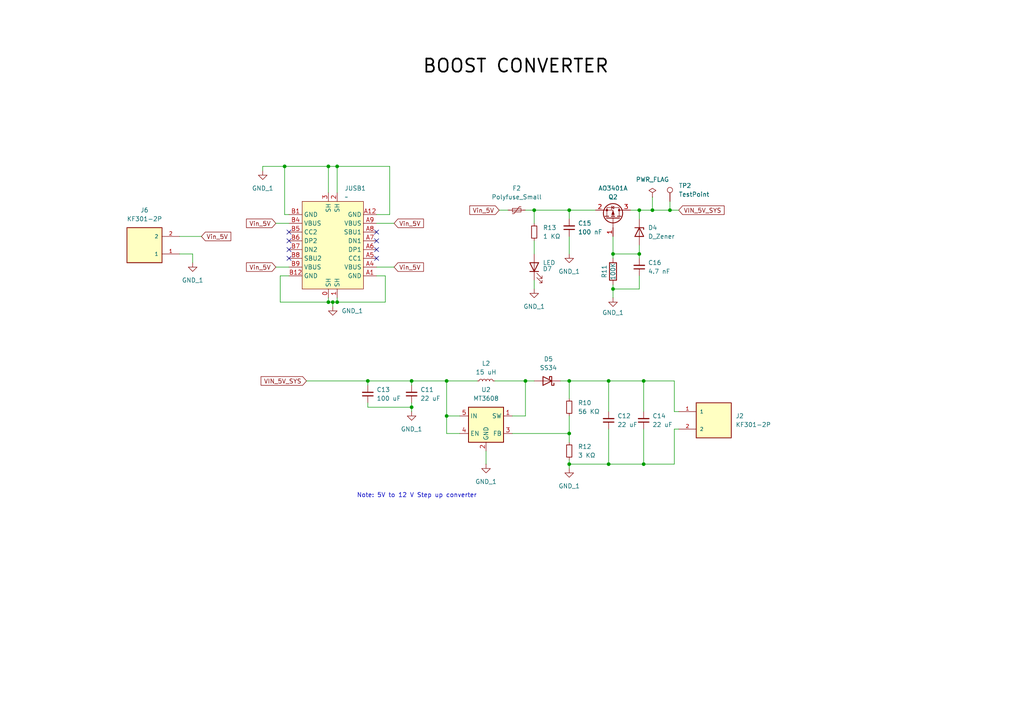
<source format=kicad_sch>
(kicad_sch
	(version 20250114)
	(generator "eeschema")
	(generator_version "9.0")
	(uuid "18bff6ef-da4c-4bd8-b6e5-b550adf64094")
	(paper "A4")
	(lib_symbols
		(symbol "Connector:KF301-2P"
			(pin_names
				(offset 1.016)
			)
			(exclude_from_sim no)
			(in_bom yes)
			(on_board yes)
			(property "Reference" "J"
				(at -5.08 5.842 0)
				(effects
					(font
						(size 1.27 1.27)
					)
					(justify left bottom)
				)
			)
			(property "Value" "KF301-2P"
				(at -5.08 -7.62 0)
				(effects
					(font
						(size 1.27 1.27)
					)
					(justify left bottom)
				)
			)
			(property "Footprint" "KF301-2P:HANDSON_KF301-2P"
				(at 0 0 0)
				(effects
					(font
						(size 1.27 1.27)
					)
					(justify bottom)
					(hide yes)
				)
			)
			(property "Datasheet" ""
				(at 0 0 0)
				(effects
					(font
						(size 1.27 1.27)
					)
					(hide yes)
				)
			)
			(property "Description" ""
				(at 0 0 0)
				(effects
					(font
						(size 1.27 1.27)
					)
					(hide yes)
				)
			)
			(property "MF" "Handson Technology"
				(at 0 0 0)
				(effects
					(font
						(size 1.27 1.27)
					)
					(justify bottom)
					(hide yes)
				)
			)
			(property "MAXIMUM_PACKAGE_HEIGHT" "10mm"
				(at 0 0 0)
				(effects
					(font
						(size 1.27 1.27)
					)
					(justify bottom)
					(hide yes)
				)
			)
			(property "Package" "None"
				(at 0 0 0)
				(effects
					(font
						(size 1.27 1.27)
					)
					(justify bottom)
					(hide yes)
				)
			)
			(property "Price" "None"
				(at 0 0 0)
				(effects
					(font
						(size 1.27 1.27)
					)
					(justify bottom)
					(hide yes)
				)
			)
			(property "Check_prices" "https://www.snapeda.com/parts/KF301-2P/Handson+Technology/view-part/?ref=eda"
				(at 0 0 0)
				(effects
					(font
						(size 1.27 1.27)
					)
					(justify bottom)
					(hide yes)
				)
			)
			(property "STANDARD" "Manufacturer Recommendations"
				(at 0 0 0)
				(effects
					(font
						(size 1.27 1.27)
					)
					(justify bottom)
					(hide yes)
				)
			)
			(property "PARTREV" "NA"
				(at 0 0 0)
				(effects
					(font
						(size 1.27 1.27)
					)
					(justify bottom)
					(hide yes)
				)
			)
			(property "SnapEDA_Link" "https://www.snapeda.com/parts/KF301-2P/Handson+Technology/view-part/?ref=snap"
				(at 0 0 0)
				(effects
					(font
						(size 1.27 1.27)
					)
					(justify bottom)
					(hide yes)
				)
			)
			(property "MP" "KF301-2P"
				(at 0 0 0)
				(effects
					(font
						(size 1.27 1.27)
					)
					(justify bottom)
					(hide yes)
				)
			)
			(property "Description_1" "2 Pin Terminal Block 5mm Pitch"
				(at 0 0 0)
				(effects
					(font
						(size 1.27 1.27)
					)
					(justify bottom)
					(hide yes)
				)
			)
			(property "Availability" "Not in stock"
				(at 0 0 0)
				(effects
					(font
						(size 1.27 1.27)
					)
					(justify bottom)
					(hide yes)
				)
			)
			(property "MANUFACTURER" "Handson Technology"
				(at 0 0 0)
				(effects
					(font
						(size 1.27 1.27)
					)
					(justify bottom)
					(hide yes)
				)
			)
			(symbol "KF301-2P_0_0"
				(rectangle
					(start -5.08 -5.08)
					(end 5.08 5.08)
					(stroke
						(width 0.254)
						(type default)
					)
					(fill
						(type background)
					)
				)
				(pin passive line
					(at -10.16 2.54 0)
					(length 5.08)
					(name "1"
						(effects
							(font
								(size 1.016 1.016)
							)
						)
					)
					(number "1"
						(effects
							(font
								(size 1.016 1.016)
							)
						)
					)
				)
				(pin passive line
					(at -10.16 -2.54 0)
					(length 5.08)
					(name "2"
						(effects
							(font
								(size 1.016 1.016)
							)
						)
					)
					(number "2"
						(effects
							(font
								(size 1.016 1.016)
							)
						)
					)
				)
			)
			(embedded_fonts no)
		)
		(symbol "Connector:TestPoint"
			(pin_numbers
				(hide yes)
			)
			(pin_names
				(offset 0.762)
				(hide yes)
			)
			(exclude_from_sim no)
			(in_bom yes)
			(on_board yes)
			(property "Reference" "TP"
				(at 0 6.858 0)
				(effects
					(font
						(size 1.27 1.27)
					)
				)
			)
			(property "Value" "TestPoint"
				(at 0 5.08 0)
				(effects
					(font
						(size 1.27 1.27)
					)
				)
			)
			(property "Footprint" ""
				(at 5.08 0 0)
				(effects
					(font
						(size 1.27 1.27)
					)
					(hide yes)
				)
			)
			(property "Datasheet" "~"
				(at 5.08 0 0)
				(effects
					(font
						(size 1.27 1.27)
					)
					(hide yes)
				)
			)
			(property "Description" "test point"
				(at 0 0 0)
				(effects
					(font
						(size 1.27 1.27)
					)
					(hide yes)
				)
			)
			(property "ki_keywords" "test point tp"
				(at 0 0 0)
				(effects
					(font
						(size 1.27 1.27)
					)
					(hide yes)
				)
			)
			(property "ki_fp_filters" "Pin* Test*"
				(at 0 0 0)
				(effects
					(font
						(size 1.27 1.27)
					)
					(hide yes)
				)
			)
			(symbol "TestPoint_0_1"
				(circle
					(center 0 3.302)
					(radius 0.762)
					(stroke
						(width 0)
						(type default)
					)
					(fill
						(type none)
					)
				)
			)
			(symbol "TestPoint_1_1"
				(pin passive line
					(at 0 0 90)
					(length 2.54)
					(name "1"
						(effects
							(font
								(size 1.27 1.27)
							)
						)
					)
					(number "1"
						(effects
							(font
								(size 1.27 1.27)
							)
						)
					)
				)
			)
			(embedded_fonts no)
		)
		(symbol "Connector:USB_TYPE_C018"
			(exclude_from_sim no)
			(in_bom yes)
			(on_board yes)
			(property "Reference" "JUSB"
				(at 0 0 0)
				(effects
					(font
						(size 1.27 1.27)
					)
				)
			)
			(property "Value" ""
				(at 0 0 0)
				(effects
					(font
						(size 1.27 1.27)
					)
				)
			)
			(property "Footprint" ""
				(at 0 0 0)
				(effects
					(font
						(size 1.27 1.27)
					)
					(hide yes)
				)
			)
			(property "Datasheet" ""
				(at 0 0 0)
				(effects
					(font
						(size 1.27 1.27)
					)
					(hide yes)
				)
			)
			(property "Description" ""
				(at 0 0 0)
				(effects
					(font
						(size 1.27 1.27)
					)
					(hide yes)
				)
			)
			(symbol "USB_TYPE_C018_1_1"
				(rectangle
					(start -8.8899 13.97)
					(end 8.8899 -11.43)
					(stroke
						(width 0)
						(type solid)
					)
					(fill
						(type color)
						(color 255 255 194 1)
					)
				)
				(pin passive line
					(at -12.7 10.16 0)
					(length 3.81)
					(name "GND"
						(effects
							(font
								(size 1.27 1.27)
							)
						)
					)
					(number "B1"
						(effects
							(font
								(size 1.27 1.27)
							)
						)
					)
				)
				(pin passive line
					(at -12.7 7.62 0)
					(length 3.81)
					(name "VBUS"
						(effects
							(font
								(size 1.27 1.27)
							)
						)
					)
					(number "B4"
						(effects
							(font
								(size 1.27 1.27)
							)
						)
					)
				)
				(pin bidirectional line
					(at -12.7 5.08 0)
					(length 3.81)
					(name "CC2"
						(effects
							(font
								(size 1.27 1.27)
							)
						)
					)
					(number "B5"
						(effects
							(font
								(size 1.27 1.27)
							)
						)
					)
				)
				(pin bidirectional line
					(at -12.7 2.54 0)
					(length 3.81)
					(name "DP2"
						(effects
							(font
								(size 1.27 1.27)
							)
						)
					)
					(number "B6"
						(effects
							(font
								(size 1.27 1.27)
							)
						)
					)
				)
				(pin bidirectional line
					(at -12.7 0 0)
					(length 3.81)
					(name "DN2"
						(effects
							(font
								(size 1.27 1.27)
							)
						)
					)
					(number "B7"
						(effects
							(font
								(size 1.27 1.27)
							)
						)
					)
				)
				(pin bidirectional line
					(at -12.7 -2.54 0)
					(length 3.81)
					(name "SBU2"
						(effects
							(font
								(size 1.27 1.27)
							)
						)
					)
					(number "B8"
						(effects
							(font
								(size 1.27 1.27)
							)
						)
					)
				)
				(pin passive line
					(at -12.7 -5.08 0)
					(length 3.81)
					(name "VBUS"
						(effects
							(font
								(size 1.27 1.27)
							)
						)
					)
					(number "B9"
						(effects
							(font
								(size 1.27 1.27)
							)
						)
					)
				)
				(pin passive line
					(at -12.7 -7.62 0)
					(length 3.81)
					(name "GND"
						(effects
							(font
								(size 1.27 1.27)
							)
						)
					)
					(number "B12"
						(effects
							(font
								(size 1.27 1.27)
							)
						)
					)
				)
				(pin passive line
					(at -1.27 16.51 270)
					(length 2.54)
					(name "SH"
						(effects
							(font
								(size 1.27 1.27)
							)
						)
					)
					(number "3"
						(effects
							(font
								(size 1.27 1.27)
							)
						)
					)
				)
				(pin passive line
					(at -1.27 -13.97 90)
					(length 2.54)
					(name "SH"
						(effects
							(font
								(size 1.27 1.27)
							)
						)
					)
					(number "0"
						(effects
							(font
								(size 1.27 1.27)
							)
						)
					)
				)
				(pin passive line
					(at 1.27 16.51 270)
					(length 2.54)
					(name "SH"
						(effects
							(font
								(size 1.27 1.27)
							)
						)
					)
					(number "2"
						(effects
							(font
								(size 1.27 1.27)
							)
						)
					)
				)
				(pin passive line
					(at 1.27 -13.97 90)
					(length 2.54)
					(name "SH"
						(effects
							(font
								(size 1.27 1.27)
							)
						)
					)
					(number "1"
						(effects
							(font
								(size 1.27 1.27)
							)
						)
					)
				)
				(pin passive line
					(at 12.7 10.16 180)
					(length 3.81)
					(name "GND"
						(effects
							(font
								(size 1.27 1.27)
							)
						)
					)
					(number "A12"
						(effects
							(font
								(size 1.27 1.27)
							)
						)
					)
				)
				(pin passive line
					(at 12.7 7.62 180)
					(length 3.81)
					(name "VBUS"
						(effects
							(font
								(size 1.27 1.27)
							)
						)
					)
					(number "A9"
						(effects
							(font
								(size 1.27 1.27)
							)
						)
					)
				)
				(pin bidirectional line
					(at 12.7 5.08 180)
					(length 3.81)
					(name "SBU1"
						(effects
							(font
								(size 1.27 1.27)
							)
						)
					)
					(number "A8"
						(effects
							(font
								(size 1.27 1.27)
							)
						)
					)
				)
				(pin bidirectional line
					(at 12.7 2.54 180)
					(length 3.81)
					(name "DN1"
						(effects
							(font
								(size 1.27 1.27)
							)
						)
					)
					(number "A7"
						(effects
							(font
								(size 1.27 1.27)
							)
						)
					)
				)
				(pin bidirectional line
					(at 12.7 0 180)
					(length 3.81)
					(name "DP1"
						(effects
							(font
								(size 1.27 1.27)
							)
						)
					)
					(number "A6"
						(effects
							(font
								(size 1.27 1.27)
							)
						)
					)
				)
				(pin bidirectional line
					(at 12.7 -2.54 180)
					(length 3.81)
					(name "CC1"
						(effects
							(font
								(size 1.27 1.27)
							)
						)
					)
					(number "A5"
						(effects
							(font
								(size 1.27 1.27)
							)
						)
					)
				)
				(pin passive line
					(at 12.7 -5.08 180)
					(length 3.81)
					(name "VBUS"
						(effects
							(font
								(size 1.27 1.27)
							)
						)
					)
					(number "A4"
						(effects
							(font
								(size 1.27 1.27)
							)
						)
					)
				)
				(pin passive line
					(at 12.7 -7.62 180)
					(length 3.81)
					(name "GND"
						(effects
							(font
								(size 1.27 1.27)
							)
						)
					)
					(number "A1"
						(effects
							(font
								(size 1.27 1.27)
							)
						)
					)
				)
			)
			(embedded_fonts no)
		)
		(symbol "Device:C_Small"
			(pin_numbers
				(hide yes)
			)
			(pin_names
				(offset 0.254)
				(hide yes)
			)
			(exclude_from_sim no)
			(in_bom yes)
			(on_board yes)
			(property "Reference" "C"
				(at 0.254 1.778 0)
				(effects
					(font
						(size 1.27 1.27)
					)
					(justify left)
				)
			)
			(property "Value" "C_Small"
				(at 0.254 -2.032 0)
				(effects
					(font
						(size 1.27 1.27)
					)
					(justify left)
				)
			)
			(property "Footprint" ""
				(at 0 0 0)
				(effects
					(font
						(size 1.27 1.27)
					)
					(hide yes)
				)
			)
			(property "Datasheet" "~"
				(at 0 0 0)
				(effects
					(font
						(size 1.27 1.27)
					)
					(hide yes)
				)
			)
			(property "Description" "Unpolarized capacitor, small symbol"
				(at 0 0 0)
				(effects
					(font
						(size 1.27 1.27)
					)
					(hide yes)
				)
			)
			(property "ki_keywords" "capacitor cap"
				(at 0 0 0)
				(effects
					(font
						(size 1.27 1.27)
					)
					(hide yes)
				)
			)
			(property "ki_fp_filters" "C_*"
				(at 0 0 0)
				(effects
					(font
						(size 1.27 1.27)
					)
					(hide yes)
				)
			)
			(symbol "C_Small_0_1"
				(polyline
					(pts
						(xy -1.524 0.508) (xy 1.524 0.508)
					)
					(stroke
						(width 0.3048)
						(type default)
					)
					(fill
						(type none)
					)
				)
				(polyline
					(pts
						(xy -1.524 -0.508) (xy 1.524 -0.508)
					)
					(stroke
						(width 0.3302)
						(type default)
					)
					(fill
						(type none)
					)
				)
			)
			(symbol "C_Small_1_1"
				(pin passive line
					(at 0 2.54 270)
					(length 2.032)
					(name "~"
						(effects
							(font
								(size 1.27 1.27)
							)
						)
					)
					(number "1"
						(effects
							(font
								(size 1.27 1.27)
							)
						)
					)
				)
				(pin passive line
					(at 0 -2.54 90)
					(length 2.032)
					(name "~"
						(effects
							(font
								(size 1.27 1.27)
							)
						)
					)
					(number "2"
						(effects
							(font
								(size 1.27 1.27)
							)
						)
					)
				)
			)
			(embedded_fonts no)
		)
		(symbol "Device:D_Zener"
			(pin_numbers
				(hide yes)
			)
			(pin_names
				(offset 1.016)
				(hide yes)
			)
			(exclude_from_sim no)
			(in_bom yes)
			(on_board yes)
			(property "Reference" "D"
				(at 0 2.54 0)
				(effects
					(font
						(size 1.27 1.27)
					)
				)
			)
			(property "Value" "D_Zener"
				(at 0 -2.54 0)
				(effects
					(font
						(size 1.27 1.27)
					)
				)
			)
			(property "Footprint" ""
				(at 0 0 0)
				(effects
					(font
						(size 1.27 1.27)
					)
					(hide yes)
				)
			)
			(property "Datasheet" "~"
				(at 0 0 0)
				(effects
					(font
						(size 1.27 1.27)
					)
					(hide yes)
				)
			)
			(property "Description" "Zener diode"
				(at 0 0 0)
				(effects
					(font
						(size 1.27 1.27)
					)
					(hide yes)
				)
			)
			(property "ki_keywords" "diode"
				(at 0 0 0)
				(effects
					(font
						(size 1.27 1.27)
					)
					(hide yes)
				)
			)
			(property "ki_fp_filters" "TO-???* *_Diode_* *SingleDiode* D_*"
				(at 0 0 0)
				(effects
					(font
						(size 1.27 1.27)
					)
					(hide yes)
				)
			)
			(symbol "D_Zener_0_1"
				(polyline
					(pts
						(xy -1.27 -1.27) (xy -1.27 1.27) (xy -0.762 1.27)
					)
					(stroke
						(width 0.254)
						(type default)
					)
					(fill
						(type none)
					)
				)
				(polyline
					(pts
						(xy 1.27 0) (xy -1.27 0)
					)
					(stroke
						(width 0)
						(type default)
					)
					(fill
						(type none)
					)
				)
				(polyline
					(pts
						(xy 1.27 -1.27) (xy 1.27 1.27) (xy -1.27 0) (xy 1.27 -1.27)
					)
					(stroke
						(width 0.254)
						(type default)
					)
					(fill
						(type none)
					)
				)
			)
			(symbol "D_Zener_1_1"
				(pin passive line
					(at -3.81 0 0)
					(length 2.54)
					(name "K"
						(effects
							(font
								(size 1.27 1.27)
							)
						)
					)
					(number "1"
						(effects
							(font
								(size 1.27 1.27)
							)
						)
					)
				)
				(pin passive line
					(at 3.81 0 180)
					(length 2.54)
					(name "A"
						(effects
							(font
								(size 1.27 1.27)
							)
						)
					)
					(number "2"
						(effects
							(font
								(size 1.27 1.27)
							)
						)
					)
				)
			)
			(embedded_fonts no)
		)
		(symbol "Device:LED"
			(pin_numbers
				(hide yes)
			)
			(pin_names
				(offset 1.016)
				(hide yes)
			)
			(exclude_from_sim no)
			(in_bom yes)
			(on_board yes)
			(property "Reference" "D"
				(at 0 2.54 0)
				(effects
					(font
						(size 1.27 1.27)
					)
				)
			)
			(property "Value" "LED"
				(at 0 -2.54 0)
				(effects
					(font
						(size 1.27 1.27)
					)
				)
			)
			(property "Footprint" ""
				(at 0 0 0)
				(effects
					(font
						(size 1.27 1.27)
					)
					(hide yes)
				)
			)
			(property "Datasheet" "~"
				(at 0 0 0)
				(effects
					(font
						(size 1.27 1.27)
					)
					(hide yes)
				)
			)
			(property "Description" "Light emitting diode"
				(at 0 0 0)
				(effects
					(font
						(size 1.27 1.27)
					)
					(hide yes)
				)
			)
			(property "ki_keywords" "LED diode"
				(at 0 0 0)
				(effects
					(font
						(size 1.27 1.27)
					)
					(hide yes)
				)
			)
			(property "ki_fp_filters" "LED* LED_SMD:* LED_THT:*"
				(at 0 0 0)
				(effects
					(font
						(size 1.27 1.27)
					)
					(hide yes)
				)
			)
			(symbol "LED_0_1"
				(polyline
					(pts
						(xy -3.048 -0.762) (xy -4.572 -2.286) (xy -3.81 -2.286) (xy -4.572 -2.286) (xy -4.572 -1.524)
					)
					(stroke
						(width 0)
						(type default)
					)
					(fill
						(type none)
					)
				)
				(polyline
					(pts
						(xy -1.778 -0.762) (xy -3.302 -2.286) (xy -2.54 -2.286) (xy -3.302 -2.286) (xy -3.302 -1.524)
					)
					(stroke
						(width 0)
						(type default)
					)
					(fill
						(type none)
					)
				)
				(polyline
					(pts
						(xy -1.27 0) (xy 1.27 0)
					)
					(stroke
						(width 0)
						(type default)
					)
					(fill
						(type none)
					)
				)
				(polyline
					(pts
						(xy -1.27 -1.27) (xy -1.27 1.27)
					)
					(stroke
						(width 0.254)
						(type default)
					)
					(fill
						(type none)
					)
				)
				(polyline
					(pts
						(xy 1.27 -1.27) (xy 1.27 1.27) (xy -1.27 0) (xy 1.27 -1.27)
					)
					(stroke
						(width 0.254)
						(type default)
					)
					(fill
						(type none)
					)
				)
			)
			(symbol "LED_1_1"
				(pin passive line
					(at -3.81 0 0)
					(length 2.54)
					(name "K"
						(effects
							(font
								(size 1.27 1.27)
							)
						)
					)
					(number "1"
						(effects
							(font
								(size 1.27 1.27)
							)
						)
					)
				)
				(pin passive line
					(at 3.81 0 180)
					(length 2.54)
					(name "A"
						(effects
							(font
								(size 1.27 1.27)
							)
						)
					)
					(number "2"
						(effects
							(font
								(size 1.27 1.27)
							)
						)
					)
				)
			)
			(embedded_fonts no)
		)
		(symbol "Device:L_Small"
			(pin_numbers
				(hide yes)
			)
			(pin_names
				(offset 0.254)
				(hide yes)
			)
			(exclude_from_sim no)
			(in_bom yes)
			(on_board yes)
			(property "Reference" "L"
				(at 0.762 1.016 0)
				(effects
					(font
						(size 1.27 1.27)
					)
					(justify left)
				)
			)
			(property "Value" "L_Small"
				(at 0.762 -1.016 0)
				(effects
					(font
						(size 1.27 1.27)
					)
					(justify left)
				)
			)
			(property "Footprint" ""
				(at 0 0 0)
				(effects
					(font
						(size 1.27 1.27)
					)
					(hide yes)
				)
			)
			(property "Datasheet" "~"
				(at 0 0 0)
				(effects
					(font
						(size 1.27 1.27)
					)
					(hide yes)
				)
			)
			(property "Description" "Inductor, small symbol"
				(at 0 0 0)
				(effects
					(font
						(size 1.27 1.27)
					)
					(hide yes)
				)
			)
			(property "ki_keywords" "inductor choke coil reactor magnetic"
				(at 0 0 0)
				(effects
					(font
						(size 1.27 1.27)
					)
					(hide yes)
				)
			)
			(property "ki_fp_filters" "Choke_* *Coil* Inductor_* L_*"
				(at 0 0 0)
				(effects
					(font
						(size 1.27 1.27)
					)
					(hide yes)
				)
			)
			(symbol "L_Small_0_1"
				(arc
					(start 0 2.032)
					(mid 0.5058 1.524)
					(end 0 1.016)
					(stroke
						(width 0)
						(type default)
					)
					(fill
						(type none)
					)
				)
				(arc
					(start 0 1.016)
					(mid 0.5058 0.508)
					(end 0 0)
					(stroke
						(width 0)
						(type default)
					)
					(fill
						(type none)
					)
				)
				(arc
					(start 0 0)
					(mid 0.5058 -0.508)
					(end 0 -1.016)
					(stroke
						(width 0)
						(type default)
					)
					(fill
						(type none)
					)
				)
				(arc
					(start 0 -1.016)
					(mid 0.5058 -1.524)
					(end 0 -2.032)
					(stroke
						(width 0)
						(type default)
					)
					(fill
						(type none)
					)
				)
			)
			(symbol "L_Small_1_1"
				(pin passive line
					(at 0 2.54 270)
					(length 0.508)
					(name "~"
						(effects
							(font
								(size 1.27 1.27)
							)
						)
					)
					(number "1"
						(effects
							(font
								(size 1.27 1.27)
							)
						)
					)
				)
				(pin passive line
					(at 0 -2.54 90)
					(length 0.508)
					(name "~"
						(effects
							(font
								(size 1.27 1.27)
							)
						)
					)
					(number "2"
						(effects
							(font
								(size 1.27 1.27)
							)
						)
					)
				)
			)
			(embedded_fonts no)
		)
		(symbol "Device:Polyfuse_Small"
			(pin_numbers
				(hide yes)
			)
			(pin_names
				(offset 0)
			)
			(exclude_from_sim no)
			(in_bom yes)
			(on_board yes)
			(property "Reference" "F"
				(at -1.905 0 90)
				(effects
					(font
						(size 1.27 1.27)
					)
				)
			)
			(property "Value" "Polyfuse_Small"
				(at 1.905 0 90)
				(effects
					(font
						(size 1.27 1.27)
					)
				)
			)
			(property "Footprint" ""
				(at 1.27 -5.08 0)
				(effects
					(font
						(size 1.27 1.27)
					)
					(justify left)
					(hide yes)
				)
			)
			(property "Datasheet" "~"
				(at 0 0 0)
				(effects
					(font
						(size 1.27 1.27)
					)
					(hide yes)
				)
			)
			(property "Description" "Resettable fuse, polymeric positive temperature coefficient, small symbol"
				(at 0 0 0)
				(effects
					(font
						(size 1.27 1.27)
					)
					(hide yes)
				)
			)
			(property "ki_keywords" "resettable fuse PTC PPTC polyfuse polyswitch"
				(at 0 0 0)
				(effects
					(font
						(size 1.27 1.27)
					)
					(hide yes)
				)
			)
			(property "ki_fp_filters" "*polyfuse* *PTC*"
				(at 0 0 0)
				(effects
					(font
						(size 1.27 1.27)
					)
					(hide yes)
				)
			)
			(symbol "Polyfuse_Small_0_1"
				(polyline
					(pts
						(xy -1.016 1.27) (xy -1.016 0.762) (xy 1.016 -0.762) (xy 1.016 -1.27)
					)
					(stroke
						(width 0)
						(type default)
					)
					(fill
						(type none)
					)
				)
				(rectangle
					(start -0.508 1.27)
					(end 0.508 -1.27)
					(stroke
						(width 0)
						(type default)
					)
					(fill
						(type none)
					)
				)
				(polyline
					(pts
						(xy 0 2.54) (xy 0 -2.54)
					)
					(stroke
						(width 0)
						(type default)
					)
					(fill
						(type none)
					)
				)
			)
			(symbol "Polyfuse_Small_1_1"
				(pin passive line
					(at 0 2.54 270)
					(length 0.635)
					(name "~"
						(effects
							(font
								(size 1.27 1.27)
							)
						)
					)
					(number "1"
						(effects
							(font
								(size 1.27 1.27)
							)
						)
					)
				)
				(pin passive line
					(at 0 -2.54 90)
					(length 0.635)
					(name "~"
						(effects
							(font
								(size 1.27 1.27)
							)
						)
					)
					(number "2"
						(effects
							(font
								(size 1.27 1.27)
							)
						)
					)
				)
			)
			(embedded_fonts no)
		)
		(symbol "Device:R"
			(pin_numbers
				(hide yes)
			)
			(pin_names
				(offset 0)
			)
			(exclude_from_sim no)
			(in_bom yes)
			(on_board yes)
			(property "Reference" "R"
				(at 2.032 0 90)
				(effects
					(font
						(size 1.27 1.27)
					)
				)
			)
			(property "Value" "R"
				(at 0 0 90)
				(effects
					(font
						(size 1.27 1.27)
					)
				)
			)
			(property "Footprint" ""
				(at -1.778 0 90)
				(effects
					(font
						(size 1.27 1.27)
					)
					(hide yes)
				)
			)
			(property "Datasheet" "~"
				(at 0 0 0)
				(effects
					(font
						(size 1.27 1.27)
					)
					(hide yes)
				)
			)
			(property "Description" "Resistor"
				(at 0 0 0)
				(effects
					(font
						(size 1.27 1.27)
					)
					(hide yes)
				)
			)
			(property "ki_keywords" "R res resistor"
				(at 0 0 0)
				(effects
					(font
						(size 1.27 1.27)
					)
					(hide yes)
				)
			)
			(property "ki_fp_filters" "R_*"
				(at 0 0 0)
				(effects
					(font
						(size 1.27 1.27)
					)
					(hide yes)
				)
			)
			(symbol "R_0_1"
				(rectangle
					(start -1.016 -2.54)
					(end 1.016 2.54)
					(stroke
						(width 0.254)
						(type default)
					)
					(fill
						(type none)
					)
				)
			)
			(symbol "R_1_1"
				(pin passive line
					(at 0 3.81 270)
					(length 1.27)
					(name "~"
						(effects
							(font
								(size 1.27 1.27)
							)
						)
					)
					(number "1"
						(effects
							(font
								(size 1.27 1.27)
							)
						)
					)
				)
				(pin passive line
					(at 0 -3.81 90)
					(length 1.27)
					(name "~"
						(effects
							(font
								(size 1.27 1.27)
							)
						)
					)
					(number "2"
						(effects
							(font
								(size 1.27 1.27)
							)
						)
					)
				)
			)
			(embedded_fonts no)
		)
		(symbol "Device:R_Small"
			(pin_numbers
				(hide yes)
			)
			(pin_names
				(offset 0.254)
				(hide yes)
			)
			(exclude_from_sim no)
			(in_bom yes)
			(on_board yes)
			(property "Reference" "R"
				(at 0.762 0.508 0)
				(effects
					(font
						(size 1.27 1.27)
					)
					(justify left)
				)
			)
			(property "Value" "R_Small"
				(at 0.762 -1.016 0)
				(effects
					(font
						(size 1.27 1.27)
					)
					(justify left)
				)
			)
			(property "Footprint" ""
				(at 0 0 0)
				(effects
					(font
						(size 1.27 1.27)
					)
					(hide yes)
				)
			)
			(property "Datasheet" "~"
				(at 0 0 0)
				(effects
					(font
						(size 1.27 1.27)
					)
					(hide yes)
				)
			)
			(property "Description" "Resistor, small symbol"
				(at 0 0 0)
				(effects
					(font
						(size 1.27 1.27)
					)
					(hide yes)
				)
			)
			(property "ki_keywords" "R resistor"
				(at 0 0 0)
				(effects
					(font
						(size 1.27 1.27)
					)
					(hide yes)
				)
			)
			(property "ki_fp_filters" "R_*"
				(at 0 0 0)
				(effects
					(font
						(size 1.27 1.27)
					)
					(hide yes)
				)
			)
			(symbol "R_Small_0_1"
				(rectangle
					(start -0.762 1.778)
					(end 0.762 -1.778)
					(stroke
						(width 0.2032)
						(type default)
					)
					(fill
						(type none)
					)
				)
			)
			(symbol "R_Small_1_1"
				(pin passive line
					(at 0 2.54 270)
					(length 0.762)
					(name "~"
						(effects
							(font
								(size 1.27 1.27)
							)
						)
					)
					(number "1"
						(effects
							(font
								(size 1.27 1.27)
							)
						)
					)
				)
				(pin passive line
					(at 0 -2.54 90)
					(length 0.762)
					(name "~"
						(effects
							(font
								(size 1.27 1.27)
							)
						)
					)
					(number "2"
						(effects
							(font
								(size 1.27 1.27)
							)
						)
					)
				)
			)
			(embedded_fonts no)
		)
		(symbol "Diode:SS34"
			(pin_numbers
				(hide yes)
			)
			(pin_names
				(offset 1.016)
				(hide yes)
			)
			(exclude_from_sim no)
			(in_bom yes)
			(on_board yes)
			(property "Reference" "D"
				(at 0 2.54 0)
				(effects
					(font
						(size 1.27 1.27)
					)
				)
			)
			(property "Value" "SS34"
				(at 0 -2.54 0)
				(effects
					(font
						(size 1.27 1.27)
					)
				)
			)
			(property "Footprint" "Diode_SMD:D_SMA"
				(at 0 -4.445 0)
				(effects
					(font
						(size 1.27 1.27)
					)
					(hide yes)
				)
			)
			(property "Datasheet" "https://www.vishay.com/docs/88751/ss32.pdf"
				(at 0 0 0)
				(effects
					(font
						(size 1.27 1.27)
					)
					(hide yes)
				)
			)
			(property "Description" "40V 3A Schottky Diode, SMA"
				(at 0 0 0)
				(effects
					(font
						(size 1.27 1.27)
					)
					(hide yes)
				)
			)
			(property "ki_keywords" "diode Schottky"
				(at 0 0 0)
				(effects
					(font
						(size 1.27 1.27)
					)
					(hide yes)
				)
			)
			(property "ki_fp_filters" "D*SMA*"
				(at 0 0 0)
				(effects
					(font
						(size 1.27 1.27)
					)
					(hide yes)
				)
			)
			(symbol "SS34_0_1"
				(polyline
					(pts
						(xy -1.905 0.635) (xy -1.905 1.27) (xy -1.27 1.27) (xy -1.27 -1.27) (xy -0.635 -1.27) (xy -0.635 -0.635)
					)
					(stroke
						(width 0.254)
						(type default)
					)
					(fill
						(type none)
					)
				)
				(polyline
					(pts
						(xy 1.27 1.27) (xy 1.27 -1.27) (xy -1.27 0) (xy 1.27 1.27)
					)
					(stroke
						(width 0.254)
						(type default)
					)
					(fill
						(type none)
					)
				)
				(polyline
					(pts
						(xy 1.27 0) (xy -1.27 0)
					)
					(stroke
						(width 0)
						(type default)
					)
					(fill
						(type none)
					)
				)
			)
			(symbol "SS34_1_1"
				(pin passive line
					(at -3.81 0 0)
					(length 2.54)
					(name "K"
						(effects
							(font
								(size 1.27 1.27)
							)
						)
					)
					(number "1"
						(effects
							(font
								(size 1.27 1.27)
							)
						)
					)
				)
				(pin passive line
					(at 3.81 0 180)
					(length 2.54)
					(name "A"
						(effects
							(font
								(size 1.27 1.27)
							)
						)
					)
					(number "2"
						(effects
							(font
								(size 1.27 1.27)
							)
						)
					)
				)
			)
			(embedded_fonts no)
		)
		(symbol "Regulator_Switching:MT3608"
			(exclude_from_sim no)
			(in_bom yes)
			(on_board yes)
			(property "Reference" "U"
				(at -2.54 8.89 0)
				(effects
					(font
						(size 1.27 1.27)
					)
					(justify left)
				)
			)
			(property "Value" "MT3608"
				(at -3.81 6.35 0)
				(effects
					(font
						(size 1.27 1.27)
					)
					(justify left)
				)
			)
			(property "Footprint" "Package_TO_SOT_SMD:SOT-23-6"
				(at 1.27 -6.35 0)
				(effects
					(font
						(size 1.27 1.27)
						(italic yes)
					)
					(justify left)
					(hide yes)
				)
			)
			(property "Datasheet" "https://www.olimex.com/Products/Breadboarding/BB-PWR-3608/resources/MT3608.pdf"
				(at -6.35 11.43 0)
				(effects
					(font
						(size 1.27 1.27)
					)
					(hide yes)
				)
			)
			(property "Description" "High Efficiency 1.2MHz 2A Step Up Converter, 2-24V Vin, 28V Vout, 4A current limit, 1.2MHz, SOT23-6"
				(at 0 0 0)
				(effects
					(font
						(size 1.27 1.27)
					)
					(hide yes)
				)
			)
			(property "ki_keywords" "Step-Up Boost DC-DC Regulator Adjustable"
				(at 0 0 0)
				(effects
					(font
						(size 1.27 1.27)
					)
					(hide yes)
				)
			)
			(property "ki_fp_filters" "SOT*23*"
				(at 0 0 0)
				(effects
					(font
						(size 1.27 1.27)
					)
					(hide yes)
				)
			)
			(symbol "MT3608_0_1"
				(rectangle
					(start -5.08 5.08)
					(end 5.08 -5.08)
					(stroke
						(width 0.254)
						(type default)
					)
					(fill
						(type background)
					)
				)
			)
			(symbol "MT3608_1_1"
				(pin power_in line
					(at -7.62 2.54 0)
					(length 2.54)
					(name "IN"
						(effects
							(font
								(size 1.27 1.27)
							)
						)
					)
					(number "5"
						(effects
							(font
								(size 1.27 1.27)
							)
						)
					)
				)
				(pin input line
					(at -7.62 -2.54 0)
					(length 2.54)
					(name "EN"
						(effects
							(font
								(size 1.27 1.27)
							)
						)
					)
					(number "4"
						(effects
							(font
								(size 1.27 1.27)
							)
						)
					)
				)
				(pin power_in line
					(at 0 -7.62 90)
					(length 2.54)
					(name "GND"
						(effects
							(font
								(size 1.27 1.27)
							)
						)
					)
					(number "2"
						(effects
							(font
								(size 1.27 1.27)
							)
						)
					)
				)
				(pin no_connect line
					(at 5.08 0 180)
					(length 2.54)
					(hide yes)
					(name "NC"
						(effects
							(font
								(size 1.27 1.27)
							)
						)
					)
					(number "6"
						(effects
							(font
								(size 1.27 1.27)
							)
						)
					)
				)
				(pin passive line
					(at 7.62 2.54 180)
					(length 2.54)
					(name "SW"
						(effects
							(font
								(size 1.27 1.27)
							)
						)
					)
					(number "1"
						(effects
							(font
								(size 1.27 1.27)
							)
						)
					)
				)
				(pin input line
					(at 7.62 -2.54 180)
					(length 2.54)
					(name "FB"
						(effects
							(font
								(size 1.27 1.27)
							)
						)
					)
					(number "3"
						(effects
							(font
								(size 1.27 1.27)
							)
						)
					)
				)
			)
			(embedded_fonts no)
		)
		(symbol "Transistor_FET:AO3401A"
			(pin_names
				(hide yes)
			)
			(exclude_from_sim no)
			(in_bom yes)
			(on_board yes)
			(property "Reference" "Q"
				(at 5.08 1.905 0)
				(effects
					(font
						(size 1.27 1.27)
					)
					(justify left)
				)
			)
			(property "Value" "AO3401A"
				(at 5.08 0 0)
				(effects
					(font
						(size 1.27 1.27)
					)
					(justify left)
				)
			)
			(property "Footprint" "Package_TO_SOT_SMD:SOT-23"
				(at 5.08 -1.905 0)
				(effects
					(font
						(size 1.27 1.27)
						(italic yes)
					)
					(justify left)
					(hide yes)
				)
			)
			(property "Datasheet" "http://www.aosmd.com/pdfs/datasheet/AO3401A.pdf"
				(at 5.08 -3.81 0)
				(effects
					(font
						(size 1.27 1.27)
					)
					(justify left)
					(hide yes)
				)
			)
			(property "Description" "-4.0A Id, -30V Vds, P-Channel MOSFET, SOT-23"
				(at 0 0 0)
				(effects
					(font
						(size 1.27 1.27)
					)
					(hide yes)
				)
			)
			(property "ki_keywords" "P-Channel MOSFET"
				(at 0 0 0)
				(effects
					(font
						(size 1.27 1.27)
					)
					(hide yes)
				)
			)
			(property "ki_fp_filters" "SOT?23*"
				(at 0 0 0)
				(effects
					(font
						(size 1.27 1.27)
					)
					(hide yes)
				)
			)
			(symbol "AO3401A_0_1"
				(polyline
					(pts
						(xy 0.254 1.905) (xy 0.254 -1.905)
					)
					(stroke
						(width 0.254)
						(type default)
					)
					(fill
						(type none)
					)
				)
				(polyline
					(pts
						(xy 0.254 0) (xy -2.54 0)
					)
					(stroke
						(width 0)
						(type default)
					)
					(fill
						(type none)
					)
				)
				(polyline
					(pts
						(xy 0.762 2.286) (xy 0.762 1.27)
					)
					(stroke
						(width 0.254)
						(type default)
					)
					(fill
						(type none)
					)
				)
				(polyline
					(pts
						(xy 0.762 1.778) (xy 3.302 1.778) (xy 3.302 -1.778) (xy 0.762 -1.778)
					)
					(stroke
						(width 0)
						(type default)
					)
					(fill
						(type none)
					)
				)
				(polyline
					(pts
						(xy 0.762 0.508) (xy 0.762 -0.508)
					)
					(stroke
						(width 0.254)
						(type default)
					)
					(fill
						(type none)
					)
				)
				(polyline
					(pts
						(xy 0.762 -1.27) (xy 0.762 -2.286)
					)
					(stroke
						(width 0.254)
						(type default)
					)
					(fill
						(type none)
					)
				)
				(circle
					(center 1.651 0)
					(radius 2.794)
					(stroke
						(width 0.254)
						(type default)
					)
					(fill
						(type none)
					)
				)
				(polyline
					(pts
						(xy 2.286 0) (xy 1.27 0.381) (xy 1.27 -0.381) (xy 2.286 0)
					)
					(stroke
						(width 0)
						(type default)
					)
					(fill
						(type outline)
					)
				)
				(polyline
					(pts
						(xy 2.54 2.54) (xy 2.54 1.778)
					)
					(stroke
						(width 0)
						(type default)
					)
					(fill
						(type none)
					)
				)
				(circle
					(center 2.54 1.778)
					(radius 0.254)
					(stroke
						(width 0)
						(type default)
					)
					(fill
						(type outline)
					)
				)
				(circle
					(center 2.54 -1.778)
					(radius 0.254)
					(stroke
						(width 0)
						(type default)
					)
					(fill
						(type outline)
					)
				)
				(polyline
					(pts
						(xy 2.54 -2.54) (xy 2.54 0) (xy 0.762 0)
					)
					(stroke
						(width 0)
						(type default)
					)
					(fill
						(type none)
					)
				)
				(polyline
					(pts
						(xy 2.794 -0.508) (xy 2.921 -0.381) (xy 3.683 -0.381) (xy 3.81 -0.254)
					)
					(stroke
						(width 0)
						(type default)
					)
					(fill
						(type none)
					)
				)
				(polyline
					(pts
						(xy 3.302 -0.381) (xy 2.921 0.254) (xy 3.683 0.254) (xy 3.302 -0.381)
					)
					(stroke
						(width 0)
						(type default)
					)
					(fill
						(type none)
					)
				)
			)
			(symbol "AO3401A_1_1"
				(pin input line
					(at -5.08 0 0)
					(length 2.54)
					(name "G"
						(effects
							(font
								(size 1.27 1.27)
							)
						)
					)
					(number "1"
						(effects
							(font
								(size 1.27 1.27)
							)
						)
					)
				)
				(pin passive line
					(at 2.54 5.08 270)
					(length 2.54)
					(name "D"
						(effects
							(font
								(size 1.27 1.27)
							)
						)
					)
					(number "3"
						(effects
							(font
								(size 1.27 1.27)
							)
						)
					)
				)
				(pin passive line
					(at 2.54 -5.08 90)
					(length 2.54)
					(name "S"
						(effects
							(font
								(size 1.27 1.27)
							)
						)
					)
					(number "2"
						(effects
							(font
								(size 1.27 1.27)
							)
						)
					)
				)
			)
			(embedded_fonts no)
		)
		(symbol "power:GND"
			(power)
			(pin_numbers
				(hide yes)
			)
			(pin_names
				(offset 0)
				(hide yes)
			)
			(exclude_from_sim no)
			(in_bom yes)
			(on_board yes)
			(property "Reference" "#PWR"
				(at 0 -6.35 0)
				(effects
					(font
						(size 1.27 1.27)
					)
					(hide yes)
				)
			)
			(property "Value" "GND"
				(at 0 -3.81 0)
				(effects
					(font
						(size 1.27 1.27)
					)
				)
			)
			(property "Footprint" ""
				(at 0 0 0)
				(effects
					(font
						(size 1.27 1.27)
					)
					(hide yes)
				)
			)
			(property "Datasheet" ""
				(at 0 0 0)
				(effects
					(font
						(size 1.27 1.27)
					)
					(hide yes)
				)
			)
			(property "Description" "Power symbol creates a global label with name \"GND\" , ground"
				(at 0 0 0)
				(effects
					(font
						(size 1.27 1.27)
					)
					(hide yes)
				)
			)
			(property "ki_keywords" "global power"
				(at 0 0 0)
				(effects
					(font
						(size 1.27 1.27)
					)
					(hide yes)
				)
			)
			(symbol "GND_0_1"
				(polyline
					(pts
						(xy 0 0) (xy 0 -1.27) (xy 1.27 -1.27) (xy 0 -2.54) (xy -1.27 -1.27) (xy 0 -1.27)
					)
					(stroke
						(width 0)
						(type default)
					)
					(fill
						(type none)
					)
				)
			)
			(symbol "GND_1_1"
				(pin power_in line
					(at 0 0 270)
					(length 0)
					(name "~"
						(effects
							(font
								(size 1.27 1.27)
							)
						)
					)
					(number "1"
						(effects
							(font
								(size 1.27 1.27)
							)
						)
					)
				)
			)
			(embedded_fonts no)
		)
		(symbol "power:PWR_FLAG"
			(power)
			(pin_numbers
				(hide yes)
			)
			(pin_names
				(offset 0)
				(hide yes)
			)
			(exclude_from_sim no)
			(in_bom yes)
			(on_board yes)
			(property "Reference" "#FLG"
				(at 0 1.905 0)
				(effects
					(font
						(size 1.27 1.27)
					)
					(hide yes)
				)
			)
			(property "Value" "PWR_FLAG"
				(at 0 3.81 0)
				(effects
					(font
						(size 1.27 1.27)
					)
				)
			)
			(property "Footprint" ""
				(at 0 0 0)
				(effects
					(font
						(size 1.27 1.27)
					)
					(hide yes)
				)
			)
			(property "Datasheet" "~"
				(at 0 0 0)
				(effects
					(font
						(size 1.27 1.27)
					)
					(hide yes)
				)
			)
			(property "Description" "Special symbol for telling ERC where power comes from"
				(at 0 0 0)
				(effects
					(font
						(size 1.27 1.27)
					)
					(hide yes)
				)
			)
			(property "ki_keywords" "flag power"
				(at 0 0 0)
				(effects
					(font
						(size 1.27 1.27)
					)
					(hide yes)
				)
			)
			(symbol "PWR_FLAG_0_0"
				(pin power_out line
					(at 0 0 90)
					(length 0)
					(name "~"
						(effects
							(font
								(size 1.27 1.27)
							)
						)
					)
					(number "1"
						(effects
							(font
								(size 1.27 1.27)
							)
						)
					)
				)
			)
			(symbol "PWR_FLAG_0_1"
				(polyline
					(pts
						(xy 0 0) (xy 0 1.27) (xy -1.016 1.905) (xy 0 2.54) (xy 1.016 1.905) (xy 0 1.27)
					)
					(stroke
						(width 0)
						(type default)
					)
					(fill
						(type none)
					)
				)
			)
			(embedded_fonts no)
		)
	)
	(text "BOOST CONVERTER"
		(exclude_from_sim no)
		(at 149.606 19.304 0)
		(effects
			(font
				(size 3.81 3.81)
				(thickness 0.4763)
				(color 0 0 0 1)
			)
		)
		(uuid "55d20c2f-9d89-4d7f-a2f9-69c07d332180")
	)
	(text "Note: 5V to 12 V Step up converter"
		(exclude_from_sim no)
		(at 120.904 143.764 0)
		(effects
			(font
				(size 1.27 1.27)
			)
		)
		(uuid "e3180950-8470-4adf-8d07-2bcc9d6a9460")
	)
	(junction
		(at 95.25 48.26)
		(diameter 0)
		(color 0 0 0 0)
		(uuid "05d89c41-157b-4f58-b702-c512992044c8")
	)
	(junction
		(at 82.55 48.26)
		(diameter 0)
		(color 0 0 0 0)
		(uuid "17048134-e8b4-4d7f-8781-b75457ca13dc")
	)
	(junction
		(at 154.94 60.96)
		(diameter 0)
		(color 0 0 0 0)
		(uuid "1ef3db82-2088-4812-84b3-e04a04fbbe4d")
	)
	(junction
		(at 119.38 118.11)
		(diameter 0)
		(color 0 0 0 0)
		(uuid "382cfcba-a12f-4d12-bb54-4f7f05c315a4")
	)
	(junction
		(at 97.79 48.26)
		(diameter 0)
		(color 0 0 0 0)
		(uuid "4a96c178-18b5-4fb0-b4e1-a4446a844d0d")
	)
	(junction
		(at 95.25 87.63)
		(diameter 0)
		(color 0 0 0 0)
		(uuid "4ae6b302-8ec1-4997-a59f-18066a753d12")
	)
	(junction
		(at 176.53 110.49)
		(diameter 0)
		(color 0 0 0 0)
		(uuid "573fe596-8599-4cce-852a-bc8c58089da1")
	)
	(junction
		(at 177.8 83.82)
		(diameter 0)
		(color 0 0 0 0)
		(uuid "75cbca1c-519a-45b7-b4b4-eafca1e5a9a6")
	)
	(junction
		(at 186.69 110.49)
		(diameter 0)
		(color 0 0 0 0)
		(uuid "7826cb2e-0ddc-447d-a5e5-1ea9d2da6bd1")
	)
	(junction
		(at 185.42 73.66)
		(diameter 0)
		(color 0 0 0 0)
		(uuid "7b202d86-2ddc-4298-b9d9-71cf773154b6")
	)
	(junction
		(at 185.42 60.96)
		(diameter 0)
		(color 0 0 0 0)
		(uuid "8ee0ce80-b617-4ba8-bfc4-9cbb1f60ca90")
	)
	(junction
		(at 194.31 60.96)
		(diameter 0)
		(color 0 0 0 0)
		(uuid "92557614-ac7c-46c0-b6ef-f6d87b8c73a2")
	)
	(junction
		(at 165.1 125.73)
		(diameter 0)
		(color 0 0 0 0)
		(uuid "938a0ba8-ae93-4acd-b149-6ff98cf5c5f1")
	)
	(junction
		(at 186.69 134.62)
		(diameter 0)
		(color 0 0 0 0)
		(uuid "9baaad33-8489-48ca-bf44-caf1ef2729b5")
	)
	(junction
		(at 97.79 87.63)
		(diameter 0)
		(color 0 0 0 0)
		(uuid "a51cba24-d519-4b41-80e3-75b9140fe279")
	)
	(junction
		(at 165.1 60.96)
		(diameter 0)
		(color 0 0 0 0)
		(uuid "a6b9dc5f-b9dd-4f70-9e6e-ba3ba4d5ca20")
	)
	(junction
		(at 96.52 87.63)
		(diameter 0)
		(color 0 0 0 0)
		(uuid "a8216129-e09d-4fd3-8a87-319e58308d97")
	)
	(junction
		(at 106.68 110.49)
		(diameter 0)
		(color 0 0 0 0)
		(uuid "a8ecde5d-daac-4933-b729-09ce6f711974")
	)
	(junction
		(at 152.4 110.49)
		(diameter 0)
		(color 0 0 0 0)
		(uuid "a929edb5-7bc1-4834-81db-d4516e6b294b")
	)
	(junction
		(at 176.53 134.62)
		(diameter 0)
		(color 0 0 0 0)
		(uuid "acb5d2ef-7336-474a-bd7f-5e02ab76a145")
	)
	(junction
		(at 177.8 73.66)
		(diameter 0)
		(color 0 0 0 0)
		(uuid "b886ad44-8d9c-4963-8941-0bd9828ebb09")
	)
	(junction
		(at 129.54 110.49)
		(diameter 0)
		(color 0 0 0 0)
		(uuid "bfade609-2bea-4046-95b7-9daf4135c832")
	)
	(junction
		(at 189.23 60.96)
		(diameter 0)
		(color 0 0 0 0)
		(uuid "cfc084d1-f03a-4049-a1fc-0982d2a28d2f")
	)
	(junction
		(at 165.1 134.62)
		(diameter 0)
		(color 0 0 0 0)
		(uuid "db6de10d-ec31-421a-a09c-e87c5805aa5c")
	)
	(junction
		(at 129.54 120.65)
		(diameter 0)
		(color 0 0 0 0)
		(uuid "e8d3842d-d74a-419a-b514-6eded12315a1")
	)
	(junction
		(at 119.38 110.49)
		(diameter 0)
		(color 0 0 0 0)
		(uuid "f3459b4c-0743-4982-b047-1a31eef04c28")
	)
	(junction
		(at 165.1 110.49)
		(diameter 0)
		(color 0 0 0 0)
		(uuid "fcee8f6f-d3d5-4192-a34e-1f3c9508f23a")
	)
	(no_connect
		(at 83.82 67.31)
		(uuid "17c9c584-aa6c-4f14-bdf8-f8b7ec022f6f")
	)
	(no_connect
		(at 109.22 72.39)
		(uuid "1aa62788-988e-4ee1-be45-a6a321ff80c6")
	)
	(no_connect
		(at 83.82 69.85)
		(uuid "53fc2e7d-eeac-43f6-b8dc-e849c7fbfebe")
	)
	(no_connect
		(at 83.82 74.93)
		(uuid "93b1f8f5-ad5e-4b3d-bc64-9e451ae05c6b")
	)
	(no_connect
		(at 109.22 69.85)
		(uuid "9bd05180-5e84-418a-9c8b-56eaeb9c5f46")
	)
	(no_connect
		(at 83.82 72.39)
		(uuid "b3687e44-0f4e-4e65-8302-9931cc75c984")
	)
	(no_connect
		(at 109.22 74.93)
		(uuid "c98a53fc-4e83-4061-9204-bc3d580918fe")
	)
	(no_connect
		(at 109.22 67.31)
		(uuid "d40279cd-a52e-446a-9e9a-f5f40a122e84")
	)
	(wire
		(pts
			(xy 182.88 60.96) (xy 185.42 60.96)
		)
		(stroke
			(width 0)
			(type default)
		)
		(uuid "0005b185-f650-41da-8cd2-01b8be7b02b3")
	)
	(wire
		(pts
			(xy 176.53 119.38) (xy 176.53 110.49)
		)
		(stroke
			(width 0)
			(type default)
		)
		(uuid "00cfdab9-1498-4145-a361-0111d111ea48")
	)
	(wire
		(pts
			(xy 194.31 60.96) (xy 196.85 60.96)
		)
		(stroke
			(width 0)
			(type default)
		)
		(uuid "02650726-bae5-4a9c-8e97-b3ee32ea6451")
	)
	(wire
		(pts
			(xy 133.35 125.73) (xy 129.54 125.73)
		)
		(stroke
			(width 0)
			(type default)
		)
		(uuid "039f3b95-fa22-45ff-b9fe-d9f52d9e6a11")
	)
	(wire
		(pts
			(xy 165.1 133.35) (xy 165.1 134.62)
		)
		(stroke
			(width 0)
			(type default)
		)
		(uuid "0466bacf-34c2-46c6-bf13-fcebaa3cf6e3")
	)
	(wire
		(pts
			(xy 52.07 68.58) (xy 58.42 68.58)
		)
		(stroke
			(width 0)
			(type default)
		)
		(uuid "0edc3034-2829-410d-a3bf-d66333bd89cc")
	)
	(wire
		(pts
			(xy 165.1 68.58) (xy 165.1 73.66)
		)
		(stroke
			(width 0)
			(type default)
		)
		(uuid "0eede0c6-9f5f-43d1-96c6-d84767c72c47")
	)
	(wire
		(pts
			(xy 152.4 60.96) (xy 154.94 60.96)
		)
		(stroke
			(width 0)
			(type default)
		)
		(uuid "1034215f-0832-44f5-9398-f32d48d76bcf")
	)
	(wire
		(pts
			(xy 113.03 48.26) (xy 97.79 48.26)
		)
		(stroke
			(width 0)
			(type default)
		)
		(uuid "11096c75-77e8-4953-8281-27e19c7021b8")
	)
	(wire
		(pts
			(xy 129.54 120.65) (xy 129.54 125.73)
		)
		(stroke
			(width 0)
			(type default)
		)
		(uuid "179044ae-2aee-45ef-9b60-86919e03950f")
	)
	(wire
		(pts
			(xy 177.8 73.66) (xy 177.8 74.93)
		)
		(stroke
			(width 0)
			(type default)
		)
		(uuid "182f5ce6-48e7-473f-abda-c5ed56fa3db2")
	)
	(wire
		(pts
			(xy 154.94 60.96) (xy 165.1 60.96)
		)
		(stroke
			(width 0)
			(type default)
		)
		(uuid "19b8972e-f95f-4cd2-b2e5-e87899e63f2e")
	)
	(wire
		(pts
			(xy 95.25 87.63) (xy 96.52 87.63)
		)
		(stroke
			(width 0)
			(type default)
		)
		(uuid "1a0e6c98-e5a8-4a58-9d5d-52659d756b17")
	)
	(wire
		(pts
			(xy 97.79 86.36) (xy 97.79 87.63)
		)
		(stroke
			(width 0)
			(type default)
		)
		(uuid "1c86378a-529d-4ee5-815e-1c5ba06a788b")
	)
	(wire
		(pts
			(xy 154.94 60.96) (xy 154.94 64.77)
		)
		(stroke
			(width 0)
			(type default)
		)
		(uuid "1e1c4ffc-4526-4275-8fca-a37510f83ba1")
	)
	(wire
		(pts
			(xy 165.1 125.73) (xy 165.1 128.27)
		)
		(stroke
			(width 0)
			(type default)
		)
		(uuid "21f11fb4-7cba-4db4-b48a-253b01198165")
	)
	(wire
		(pts
			(xy 154.94 81.28) (xy 154.94 83.82)
		)
		(stroke
			(width 0)
			(type default)
		)
		(uuid "2233f4fc-4dcb-48ff-9a76-f09d485b9c88")
	)
	(wire
		(pts
			(xy 95.25 86.36) (xy 95.25 87.63)
		)
		(stroke
			(width 0)
			(type default)
		)
		(uuid "265ea71b-49d0-4cb1-b850-1decf454c075")
	)
	(wire
		(pts
			(xy 129.54 110.49) (xy 138.43 110.49)
		)
		(stroke
			(width 0)
			(type default)
		)
		(uuid "281ebcc3-aa50-405b-88a6-7acc453a6427")
	)
	(wire
		(pts
			(xy 119.38 116.84) (xy 119.38 118.11)
		)
		(stroke
			(width 0)
			(type default)
		)
		(uuid "2940ac81-1bf6-48fe-8be0-1b24a613684f")
	)
	(wire
		(pts
			(xy 106.68 118.11) (xy 119.38 118.11)
		)
		(stroke
			(width 0)
			(type default)
		)
		(uuid "29cd3165-0097-4041-9283-b0f826bca078")
	)
	(wire
		(pts
			(xy 177.8 73.66) (xy 185.42 73.66)
		)
		(stroke
			(width 0)
			(type default)
		)
		(uuid "2b3b47d4-202a-43bc-af34-4bd4b60518d3")
	)
	(wire
		(pts
			(xy 81.28 87.63) (xy 95.25 87.63)
		)
		(stroke
			(width 0)
			(type default)
		)
		(uuid "2e749a9f-1b46-4ac3-a084-6e70e43602a3")
	)
	(wire
		(pts
			(xy 185.42 60.96) (xy 185.42 63.5)
		)
		(stroke
			(width 0)
			(type default)
		)
		(uuid "3209f8fa-bb77-470e-b414-431176659a73")
	)
	(wire
		(pts
			(xy 97.79 55.88) (xy 97.79 48.26)
		)
		(stroke
			(width 0)
			(type default)
		)
		(uuid "386b5933-f1cb-497d-8ff6-5aee19706bac")
	)
	(wire
		(pts
			(xy 140.97 130.81) (xy 140.97 134.62)
		)
		(stroke
			(width 0)
			(type default)
		)
		(uuid "39ce4454-f9f3-4b57-9722-67cd8daadb35")
	)
	(wire
		(pts
			(xy 148.59 125.73) (xy 165.1 125.73)
		)
		(stroke
			(width 0)
			(type default)
		)
		(uuid "3df00acb-1fcb-4341-bc5f-be3995dab585")
	)
	(wire
		(pts
			(xy 185.42 71.12) (xy 185.42 73.66)
		)
		(stroke
			(width 0)
			(type default)
		)
		(uuid "40acd8d0-833e-4002-a5ca-3e1343c71cbc")
	)
	(wire
		(pts
			(xy 195.58 119.38) (xy 195.58 110.49)
		)
		(stroke
			(width 0)
			(type default)
		)
		(uuid "40ccaff1-16d9-4a1c-8ac4-3762f062c0aa")
	)
	(wire
		(pts
			(xy 186.69 110.49) (xy 186.69 119.38)
		)
		(stroke
			(width 0)
			(type default)
		)
		(uuid "4540ce97-f71f-43ea-ad75-fd3dd460f8e9")
	)
	(wire
		(pts
			(xy 165.1 60.96) (xy 165.1 63.5)
		)
		(stroke
			(width 0)
			(type default)
		)
		(uuid "4b8d909e-f924-42ac-bb79-1409ff349bf0")
	)
	(wire
		(pts
			(xy 97.79 87.63) (xy 96.52 87.63)
		)
		(stroke
			(width 0)
			(type default)
		)
		(uuid "4cfcd608-ad13-4938-bb88-da5bc16f07e6")
	)
	(wire
		(pts
			(xy 177.8 83.82) (xy 177.8 86.36)
		)
		(stroke
			(width 0)
			(type default)
		)
		(uuid "50a4fb58-bd8f-44f2-8c09-da492ff9d022")
	)
	(wire
		(pts
			(xy 196.85 124.46) (xy 195.58 124.46)
		)
		(stroke
			(width 0)
			(type default)
		)
		(uuid "50b3c1af-0e1c-4fe9-8479-3594d04682ab")
	)
	(wire
		(pts
			(xy 194.31 58.42) (xy 194.31 60.96)
		)
		(stroke
			(width 0)
			(type default)
		)
		(uuid "5104cd47-b2f9-4096-93e8-be489daba63b")
	)
	(wire
		(pts
			(xy 165.1 110.49) (xy 165.1 115.57)
		)
		(stroke
			(width 0)
			(type default)
		)
		(uuid "52e6a705-a6f3-4d06-b168-fdacb0f37f87")
	)
	(wire
		(pts
			(xy 176.53 110.49) (xy 165.1 110.49)
		)
		(stroke
			(width 0)
			(type default)
		)
		(uuid "54680bed-ddbc-4ade-b5b9-5fd35971724f")
	)
	(wire
		(pts
			(xy 97.79 48.26) (xy 95.25 48.26)
		)
		(stroke
			(width 0)
			(type default)
		)
		(uuid "59b00489-224f-409a-a746-1e67f5286817")
	)
	(wire
		(pts
			(xy 185.42 74.93) (xy 185.42 73.66)
		)
		(stroke
			(width 0)
			(type default)
		)
		(uuid "5da8508e-e2c2-4973-9e08-035211f57308")
	)
	(wire
		(pts
			(xy 109.22 64.77) (xy 114.3 64.77)
		)
		(stroke
			(width 0)
			(type default)
		)
		(uuid "5eecce26-a840-49f4-b099-fff8971dbada")
	)
	(wire
		(pts
			(xy 186.69 134.62) (xy 195.58 134.62)
		)
		(stroke
			(width 0)
			(type default)
		)
		(uuid "5f103af1-2205-42a9-999d-1a080a87b1ef")
	)
	(wire
		(pts
			(xy 111.76 87.63) (xy 97.79 87.63)
		)
		(stroke
			(width 0)
			(type default)
		)
		(uuid "62a271b6-3d90-4de8-b7f9-b969f5b56703")
	)
	(wire
		(pts
			(xy 106.68 110.49) (xy 119.38 110.49)
		)
		(stroke
			(width 0)
			(type default)
		)
		(uuid "6416f2ff-064c-4dbd-8b00-aa3162326b17")
	)
	(wire
		(pts
			(xy 177.8 83.82) (xy 177.8 82.55)
		)
		(stroke
			(width 0)
			(type default)
		)
		(uuid "6aad8402-c11f-4f7f-ac03-185d7cd14d2e")
	)
	(wire
		(pts
			(xy 80.01 64.77) (xy 83.82 64.77)
		)
		(stroke
			(width 0)
			(type default)
		)
		(uuid "6c084b64-7824-473d-be3b-4c33857751f7")
	)
	(wire
		(pts
			(xy 195.58 110.49) (xy 186.69 110.49)
		)
		(stroke
			(width 0)
			(type default)
		)
		(uuid "70d56ef7-4f59-4d34-9320-6ad1ecf8a457")
	)
	(wire
		(pts
			(xy 186.69 124.46) (xy 186.69 134.62)
		)
		(stroke
			(width 0)
			(type default)
		)
		(uuid "781aad46-2f1f-483a-9a66-e7f69c8a2ecd")
	)
	(wire
		(pts
			(xy 82.55 48.26) (xy 82.55 62.23)
		)
		(stroke
			(width 0)
			(type default)
		)
		(uuid "7abe6c47-5e11-4edc-b67b-e1b9cbb14f81")
	)
	(wire
		(pts
			(xy 196.85 119.38) (xy 195.58 119.38)
		)
		(stroke
			(width 0)
			(type default)
		)
		(uuid "7eaa689e-ade4-403b-8510-6c83b8b7a28f")
	)
	(wire
		(pts
			(xy 152.4 110.49) (xy 154.94 110.49)
		)
		(stroke
			(width 0)
			(type default)
		)
		(uuid "7fcfd66d-17a8-4a73-87fe-55530eda3754")
	)
	(wire
		(pts
			(xy 82.55 48.26) (xy 76.2 48.26)
		)
		(stroke
			(width 0)
			(type default)
		)
		(uuid "80313855-a663-4c52-8a94-dc364e19308c")
	)
	(wire
		(pts
			(xy 106.68 116.84) (xy 106.68 118.11)
		)
		(stroke
			(width 0)
			(type default)
		)
		(uuid "813e9444-ac67-479c-b043-c20e7e9810c6")
	)
	(wire
		(pts
			(xy 152.4 110.49) (xy 152.4 120.65)
		)
		(stroke
			(width 0)
			(type default)
		)
		(uuid "93a9b68a-083b-4a58-a850-6f0a53444ca8")
	)
	(wire
		(pts
			(xy 96.52 87.63) (xy 96.52 88.9)
		)
		(stroke
			(width 0)
			(type default)
		)
		(uuid "9496e2d6-13a4-4d2d-9c31-a42e9f3597a4")
	)
	(wire
		(pts
			(xy 95.25 48.26) (xy 82.55 48.26)
		)
		(stroke
			(width 0)
			(type default)
		)
		(uuid "97e29878-9932-4a24-8423-031fe969a32a")
	)
	(wire
		(pts
			(xy 111.76 80.01) (xy 111.76 87.63)
		)
		(stroke
			(width 0)
			(type default)
		)
		(uuid "986d1466-186f-4558-a6dc-58f28294c645")
	)
	(wire
		(pts
			(xy 81.28 80.01) (xy 81.28 87.63)
		)
		(stroke
			(width 0)
			(type default)
		)
		(uuid "9a0fa944-1948-44a3-b1a9-31b8c36ba912")
	)
	(wire
		(pts
			(xy 113.03 62.23) (xy 113.03 48.26)
		)
		(stroke
			(width 0)
			(type default)
		)
		(uuid "9a9451fa-9a43-4200-b05c-74229af925b8")
	)
	(wire
		(pts
			(xy 88.9 110.49) (xy 106.68 110.49)
		)
		(stroke
			(width 0)
			(type default)
		)
		(uuid "9c084261-410f-4683-b069-bdf546458e1b")
	)
	(wire
		(pts
			(xy 189.23 57.15) (xy 189.23 60.96)
		)
		(stroke
			(width 0)
			(type default)
		)
		(uuid "9cc427db-23af-42a6-9581-be7fb7cbc2fe")
	)
	(wire
		(pts
			(xy 83.82 80.01) (xy 81.28 80.01)
		)
		(stroke
			(width 0)
			(type default)
		)
		(uuid "a20d3498-2b5f-47bb-b4aa-011c2e5b5db9")
	)
	(wire
		(pts
			(xy 186.69 110.49) (xy 176.53 110.49)
		)
		(stroke
			(width 0)
			(type default)
		)
		(uuid "a5641bef-79e3-42e2-95fb-9d45c28f71e5")
	)
	(wire
		(pts
			(xy 176.53 134.62) (xy 186.69 134.62)
		)
		(stroke
			(width 0)
			(type default)
		)
		(uuid "a94a77f7-6ca9-429f-9177-2f5a37587ef0")
	)
	(wire
		(pts
			(xy 177.8 68.58) (xy 177.8 73.66)
		)
		(stroke
			(width 0)
			(type default)
		)
		(uuid "ad3e7078-0da8-4868-b3b7-e42109db327f")
	)
	(wire
		(pts
			(xy 95.25 55.88) (xy 95.25 48.26)
		)
		(stroke
			(width 0)
			(type default)
		)
		(uuid "afd49f92-8521-4d8b-9a9a-b85b44853d2f")
	)
	(wire
		(pts
			(xy 176.53 124.46) (xy 176.53 134.62)
		)
		(stroke
			(width 0)
			(type default)
		)
		(uuid "b0f7334a-7b70-4681-a6a1-b3a159c28db5")
	)
	(wire
		(pts
			(xy 185.42 60.96) (xy 189.23 60.96)
		)
		(stroke
			(width 0)
			(type default)
		)
		(uuid "b197c503-67b8-4853-b29e-458bdc6a7dbc")
	)
	(wire
		(pts
			(xy 152.4 120.65) (xy 148.59 120.65)
		)
		(stroke
			(width 0)
			(type default)
		)
		(uuid "b3fd3fba-01e1-44b0-b000-65f4e1b1b1af")
	)
	(wire
		(pts
			(xy 176.53 134.62) (xy 165.1 134.62)
		)
		(stroke
			(width 0)
			(type default)
		)
		(uuid "b4401466-d70d-4408-b5a1-84af8a33e14d")
	)
	(wire
		(pts
			(xy 144.78 60.96) (xy 147.32 60.96)
		)
		(stroke
			(width 0)
			(type default)
		)
		(uuid "b53fda23-1e8b-44e4-b95a-a8303339140a")
	)
	(wire
		(pts
			(xy 162.56 110.49) (xy 165.1 110.49)
		)
		(stroke
			(width 0)
			(type default)
		)
		(uuid "bdd6f15f-0a9d-4ad9-ac45-57164b0246e6")
	)
	(wire
		(pts
			(xy 109.22 77.47) (xy 114.3 77.47)
		)
		(stroke
			(width 0)
			(type default)
		)
		(uuid "be506218-a019-4681-8d7c-0aff36d8a5af")
	)
	(wire
		(pts
			(xy 83.82 62.23) (xy 82.55 62.23)
		)
		(stroke
			(width 0)
			(type default)
		)
		(uuid "ca8780ca-f940-4070-ab4c-57025eff6d17")
	)
	(wire
		(pts
			(xy 165.1 60.96) (xy 172.72 60.96)
		)
		(stroke
			(width 0)
			(type default)
		)
		(uuid "cbb66c7b-6a20-41c9-acb2-91789ab9494e")
	)
	(wire
		(pts
			(xy 52.07 73.66) (xy 55.88 73.66)
		)
		(stroke
			(width 0)
			(type default)
		)
		(uuid "ccb8486c-515c-4f7b-b1c4-1b71fd269df3")
	)
	(wire
		(pts
			(xy 195.58 124.46) (xy 195.58 134.62)
		)
		(stroke
			(width 0)
			(type default)
		)
		(uuid "d697d397-62c8-4f5f-9701-50ad3f8dfded")
	)
	(wire
		(pts
			(xy 76.2 48.26) (xy 76.2 49.53)
		)
		(stroke
			(width 0)
			(type default)
		)
		(uuid "d6ea9c9f-1091-4118-8e64-904370f23dc4")
	)
	(wire
		(pts
			(xy 106.68 110.49) (xy 106.68 111.76)
		)
		(stroke
			(width 0)
			(type default)
		)
		(uuid "d7b87e66-7ee7-4296-a715-1a3c592c0eba")
	)
	(wire
		(pts
			(xy 55.88 73.66) (xy 55.88 76.2)
		)
		(stroke
			(width 0)
			(type default)
		)
		(uuid "d96e340d-a47e-4954-9276-d794f31efd57")
	)
	(wire
		(pts
			(xy 109.22 62.23) (xy 113.03 62.23)
		)
		(stroke
			(width 0)
			(type default)
		)
		(uuid "db44faec-61f8-4cfd-88cd-953f08bce679")
	)
	(wire
		(pts
			(xy 189.23 60.96) (xy 194.31 60.96)
		)
		(stroke
			(width 0)
			(type default)
		)
		(uuid "df1f6bd3-6ddc-47d6-8cef-f05b75e4fc83")
	)
	(wire
		(pts
			(xy 109.22 80.01) (xy 111.76 80.01)
		)
		(stroke
			(width 0)
			(type default)
		)
		(uuid "df621681-c35b-4670-949c-3787391f81a6")
	)
	(wire
		(pts
			(xy 129.54 110.49) (xy 119.38 110.49)
		)
		(stroke
			(width 0)
			(type default)
		)
		(uuid "e1d97eb5-8f60-4a73-960f-314bc0728bb8")
	)
	(wire
		(pts
			(xy 119.38 118.11) (xy 119.38 119.38)
		)
		(stroke
			(width 0)
			(type default)
		)
		(uuid "e295433b-302b-4f2e-8d2d-76847b2cef28")
	)
	(wire
		(pts
			(xy 185.42 80.01) (xy 185.42 83.82)
		)
		(stroke
			(width 0)
			(type default)
		)
		(uuid "e3c66cec-d60d-4eca-8699-7f7c0af64c04")
	)
	(wire
		(pts
			(xy 165.1 120.65) (xy 165.1 125.73)
		)
		(stroke
			(width 0)
			(type default)
		)
		(uuid "e596806e-e952-41aa-8543-e4cf35da41c2")
	)
	(wire
		(pts
			(xy 129.54 120.65) (xy 129.54 110.49)
		)
		(stroke
			(width 0)
			(type default)
		)
		(uuid "eb7ce915-e892-42f3-9250-540cac63bae5")
	)
	(wire
		(pts
			(xy 165.1 134.62) (xy 165.1 135.89)
		)
		(stroke
			(width 0)
			(type default)
		)
		(uuid "f2bd8879-287b-4595-b5c8-a8fbf3128f6e")
	)
	(wire
		(pts
			(xy 133.35 120.65) (xy 129.54 120.65)
		)
		(stroke
			(width 0)
			(type default)
		)
		(uuid "f2d624b3-5336-48de-8094-c388d3e203c5")
	)
	(wire
		(pts
			(xy 119.38 110.49) (xy 119.38 111.76)
		)
		(stroke
			(width 0)
			(type default)
		)
		(uuid "f4b426e6-d8cf-40e6-9c78-d8fe17f60a7f")
	)
	(wire
		(pts
			(xy 185.42 83.82) (xy 177.8 83.82)
		)
		(stroke
			(width 0)
			(type default)
		)
		(uuid "f535e105-9cab-4d97-be5a-9809f8c84ea0")
	)
	(wire
		(pts
			(xy 143.51 110.49) (xy 152.4 110.49)
		)
		(stroke
			(width 0)
			(type default)
		)
		(uuid "fa6b4320-a33e-4994-8e58-9ff4adfff64d")
	)
	(wire
		(pts
			(xy 80.01 77.47) (xy 83.82 77.47)
		)
		(stroke
			(width 0)
			(type default)
		)
		(uuid "facd30e7-64ad-46b1-bb49-7851ff12414a")
	)
	(wire
		(pts
			(xy 154.94 69.85) (xy 154.94 73.66)
		)
		(stroke
			(width 0)
			(type default)
		)
		(uuid "fae2eb81-9acf-4aec-8c89-4c577f17f4d5")
	)
	(global_label "Vin_5V"
		(shape input)
		(at 114.3 64.77 0)
		(fields_autoplaced yes)
		(effects
			(font
				(size 1.27 1.27)
			)
			(justify left)
		)
		(uuid "0e8bb77a-eb27-41ac-864c-e8b64d08a184")
		(property "Intersheetrefs" "${INTERSHEET_REFS}"
			(at 123.3933 64.77 0)
			(effects
				(font
					(size 1.27 1.27)
				)
				(justify left)
				(hide yes)
			)
		)
	)
	(global_label "Vin_5V"
		(shape input)
		(at 58.42 68.58 0)
		(fields_autoplaced yes)
		(effects
			(font
				(size 1.27 1.27)
			)
			(justify left)
		)
		(uuid "1b055ac5-b8e8-4399-af25-9e938f6c2191")
		(property "Intersheetrefs" "${INTERSHEET_REFS}"
			(at 67.5133 68.58 0)
			(effects
				(font
					(size 1.27 1.27)
				)
				(justify left)
				(hide yes)
			)
		)
	)
	(global_label "Vin_5V"
		(shape input)
		(at 80.01 64.77 180)
		(fields_autoplaced yes)
		(effects
			(font
				(size 1.27 1.27)
			)
			(justify right)
		)
		(uuid "8a3c3164-d7f4-49be-a34e-c71bfce3ca71")
		(property "Intersheetrefs" "${INTERSHEET_REFS}"
			(at 70.9167 64.77 0)
			(effects
				(font
					(size 1.27 1.27)
				)
				(justify right)
				(hide yes)
			)
		)
	)
	(global_label "VIN_5V_SYS"
		(shape input)
		(at 196.85 60.96 0)
		(fields_autoplaced yes)
		(effects
			(font
				(size 1.27 1.27)
			)
			(justify left)
		)
		(uuid "95c15a66-6e06-46f4-86f7-b1779cd7f2e9")
		(property "Intersheetrefs" "${INTERSHEET_REFS}"
			(at 210.6 60.96 0)
			(effects
				(font
					(size 1.27 1.27)
				)
				(justify left)
				(hide yes)
			)
		)
	)
	(global_label "Vin_5V"
		(shape input)
		(at 114.3 77.47 0)
		(fields_autoplaced yes)
		(effects
			(font
				(size 1.27 1.27)
			)
			(justify left)
		)
		(uuid "bbf36574-b733-4dab-8051-3087100c549c")
		(property "Intersheetrefs" "${INTERSHEET_REFS}"
			(at 123.3933 77.47 0)
			(effects
				(font
					(size 1.27 1.27)
				)
				(justify left)
				(hide yes)
			)
		)
	)
	(global_label "Vin_5V"
		(shape input)
		(at 144.78 60.96 180)
		(fields_autoplaced yes)
		(effects
			(font
				(size 1.27 1.27)
			)
			(justify right)
		)
		(uuid "bcc944b5-c445-473c-9fe2-7108c55de2f4")
		(property "Intersheetrefs" "${INTERSHEET_REFS}"
			(at 135.6867 60.96 0)
			(effects
				(font
					(size 1.27 1.27)
				)
				(justify right)
				(hide yes)
			)
		)
	)
	(global_label "Vin_5V"
		(shape input)
		(at 80.01 77.47 180)
		(fields_autoplaced yes)
		(effects
			(font
				(size 1.27 1.27)
			)
			(justify right)
		)
		(uuid "dc8ab14f-e629-4d13-b341-a62d94bac2b1")
		(property "Intersheetrefs" "${INTERSHEET_REFS}"
			(at 70.9167 77.47 0)
			(effects
				(font
					(size 1.27 1.27)
				)
				(justify right)
				(hide yes)
			)
		)
	)
	(global_label "VIN_5V_SYS"
		(shape input)
		(at 88.9 110.49 180)
		(fields_autoplaced yes)
		(effects
			(font
				(size 1.27 1.27)
			)
			(justify right)
		)
		(uuid "e693a57d-c5fe-43ea-8595-ad19e9ab4c5e")
		(property "Intersheetrefs" "${INTERSHEET_REFS}"
			(at 75.15 110.49 0)
			(effects
				(font
					(size 1.27 1.27)
				)
				(justify right)
				(hide yes)
			)
		)
	)
	(symbol
		(lib_id "power:PWR_FLAG")
		(at 189.23 57.15 0)
		(unit 1)
		(exclude_from_sim no)
		(in_bom yes)
		(on_board yes)
		(dnp no)
		(fields_autoplaced yes)
		(uuid "140950d1-07f1-4f26-a1ac-0e3e0fd2f075")
		(property "Reference" "#FLG02"
			(at 189.23 55.245 0)
			(effects
				(font
					(size 1.27 1.27)
				)
				(hide yes)
			)
		)
		(property "Value" "PWR_FLAG"
			(at 189.23 52.07 0)
			(effects
				(font
					(size 1.27 1.27)
				)
			)
		)
		(property "Footprint" ""
			(at 189.23 57.15 0)
			(effects
				(font
					(size 1.27 1.27)
				)
				(hide yes)
			)
		)
		(property "Datasheet" "~"
			(at 189.23 57.15 0)
			(effects
				(font
					(size 1.27 1.27)
				)
				(hide yes)
			)
		)
		(property "Description" "Special symbol for telling ERC where power comes from"
			(at 189.23 57.15 0)
			(effects
				(font
					(size 1.27 1.27)
				)
				(hide yes)
			)
		)
		(pin "1"
			(uuid "1e913d21-1308-4bc4-8207-07b181ca867a")
		)
		(instances
			(project "DC_DC_BUCK_BOOST_CONVERTER"
				(path "/22645b36-84af-4b49-99de-dce2d89d36ca/9cd005fc-1dc7-4353-8436-b1df4f69b709"
					(reference "#FLG02")
					(unit 1)
				)
			)
		)
	)
	(symbol
		(lib_id "Device:C_Small")
		(at 185.42 77.47 180)
		(unit 1)
		(exclude_from_sim no)
		(in_bom yes)
		(on_board yes)
		(dnp no)
		(fields_autoplaced yes)
		(uuid "194b19c4-c0b2-403e-a076-a4e04c469030")
		(property "Reference" "C16"
			(at 187.96 76.1935 0)
			(effects
				(font
					(size 1.27 1.27)
				)
				(justify right)
			)
		)
		(property "Value" "4.7 nF"
			(at 187.96 78.7335 0)
			(effects
				(font
					(size 1.27 1.27)
				)
				(justify right)
			)
		)
		(property "Footprint" "Capacitor_SMD:C_0402_1005Metric"
			(at 185.42 77.47 0)
			(effects
				(font
					(size 1.27 1.27)
				)
				(hide yes)
			)
		)
		(property "Datasheet" "~"
			(at 185.42 77.47 0)
			(effects
				(font
					(size 1.27 1.27)
				)
				(hide yes)
			)
		)
		(property "Description" "Unpolarized capacitor, small symbol"
			(at 185.42 77.47 0)
			(effects
				(font
					(size 1.27 1.27)
				)
				(hide yes)
			)
		)
		(property "LCSC PN" "C1538"
			(at 185.42 77.47 0)
			(effects
				(font
					(size 1.27 1.27)
				)
				(hide yes)
			)
		)
		(property "MPN" "0402B472K500NT"
			(at 185.42 77.47 0)
			(effects
				(font
					(size 1.27 1.27)
				)
				(hide yes)
			)
		)
		(pin "1"
			(uuid "4765c754-54ca-434f-832b-02ef7175f4e5")
		)
		(pin "2"
			(uuid "51d87b31-e6d6-4f47-a665-0b52af1baf67")
		)
		(instances
			(project "DC_DC_BUCK_BOOST_CONVERTER"
				(path "/22645b36-84af-4b49-99de-dce2d89d36ca/9cd005fc-1dc7-4353-8436-b1df4f69b709"
					(reference "C16")
					(unit 1)
				)
			)
		)
	)
	(symbol
		(lib_id "Transistor_FET:AO3401A")
		(at 177.8 63.5 270)
		(mirror x)
		(unit 1)
		(exclude_from_sim no)
		(in_bom yes)
		(on_board yes)
		(dnp no)
		(uuid "27cba6d8-4ee7-4721-b6c9-8428e3c149be")
		(property "Reference" "Q2"
			(at 177.8 57.15 90)
			(effects
				(font
					(size 1.27 1.27)
				)
			)
		)
		(property "Value" "AO3401A"
			(at 177.8 54.61 90)
			(effects
				(font
					(size 1.27 1.27)
				)
			)
		)
		(property "Footprint" "Package_TO_SOT_SMD:SOT-23"
			(at 175.895 58.42 0)
			(effects
				(font
					(size 1.27 1.27)
					(italic yes)
				)
				(justify left)
				(hide yes)
			)
		)
		(property "Datasheet" "http://www.aosmd.com/pdfs/datasheet/AO3401A.pdf"
			(at 173.99 58.42 0)
			(effects
				(font
					(size 1.27 1.27)
				)
				(justify left)
				(hide yes)
			)
		)
		(property "Description" "-4.0A Id, -30V Vds, P-Channel MOSFET, SOT-23"
			(at 177.8 63.5 0)
			(effects
				(font
					(size 1.27 1.27)
				)
				(hide yes)
			)
		)
		(property "MNF PART NUMBER" "C15127"
			(at 177.8 63.5 0)
			(effects
				(font
					(size 1.27 1.27)
				)
				(hide yes)
			)
		)
		(property "Sim.Device" ""
			(at 177.8 63.5 0)
			(effects
				(font
					(size 1.27 1.27)
				)
			)
		)
		(property "Sim.Pins" ""
			(at 177.8 63.5 0)
			(effects
				(font
					(size 1.27 1.27)
				)
			)
		)
		(property "PARTNO" ""
			(at 177.8 63.5 0)
			(effects
				(font
					(size 1.27 1.27)
				)
			)
		)
		(property "LCSC" "C15127"
			(at 177.8 63.5 0)
			(effects
				(font
					(size 1.27 1.27)
				)
				(hide yes)
			)
		)
		(property "MPN" "AO3401A"
			(at 177.8 63.5 90)
			(effects
				(font
					(size 1.27 1.27)
				)
				(hide yes)
			)
		)
		(pin "1"
			(uuid "6b58d666-04b2-4ca4-9269-2e44e02a1a31")
		)
		(pin "3"
			(uuid "1c3ba551-808c-4a20-be3a-43c00fa11195")
		)
		(pin "2"
			(uuid "e033d660-82ad-45a3-9e7b-3e11cd3d83b3")
		)
		(instances
			(project "DC_DC_BUCK_BOOST_CONVERTER"
				(path "/22645b36-84af-4b49-99de-dce2d89d36ca/9cd005fc-1dc7-4353-8436-b1df4f69b709"
					(reference "Q2")
					(unit 1)
				)
			)
		)
	)
	(symbol
		(lib_id "power:GND")
		(at 119.38 119.38 0)
		(unit 1)
		(exclude_from_sim no)
		(in_bom yes)
		(on_board yes)
		(dnp no)
		(fields_autoplaced yes)
		(uuid "30a86440-6555-4fa2-9571-6e01846e4d5b")
		(property "Reference" "#PWR012"
			(at 119.38 125.73 0)
			(effects
				(font
					(size 1.27 1.27)
				)
				(hide yes)
			)
		)
		(property "Value" "GND_1"
			(at 119.38 124.46 0)
			(effects
				(font
					(size 1.27 1.27)
				)
			)
		)
		(property "Footprint" ""
			(at 119.38 119.38 0)
			(effects
				(font
					(size 1.27 1.27)
				)
				(hide yes)
			)
		)
		(property "Datasheet" ""
			(at 119.38 119.38 0)
			(effects
				(font
					(size 1.27 1.27)
				)
				(hide yes)
			)
		)
		(property "Description" "Power symbol creates a global label with name \"GND\" , ground"
			(at 119.38 119.38 0)
			(effects
				(font
					(size 1.27 1.27)
				)
				(hide yes)
			)
		)
		(pin "1"
			(uuid "ef330bf2-a074-4d34-949d-a2a56bd8f1ae")
		)
		(instances
			(project ""
				(path "/22645b36-84af-4b49-99de-dce2d89d36ca/9cd005fc-1dc7-4353-8436-b1df4f69b709"
					(reference "#PWR012")
					(unit 1)
				)
			)
		)
	)
	(symbol
		(lib_id "power:GND")
		(at 96.52 88.9 0)
		(unit 1)
		(exclude_from_sim no)
		(in_bom yes)
		(on_board yes)
		(dnp no)
		(fields_autoplaced yes)
		(uuid "31053a2b-b3f7-4545-9c47-7621a733cb19")
		(property "Reference" "#PWR015"
			(at 96.52 95.25 0)
			(effects
				(font
					(size 1.27 1.27)
				)
				(hide yes)
			)
		)
		(property "Value" "GND_1"
			(at 99.06 90.1699 0)
			(effects
				(font
					(size 1.27 1.27)
				)
				(justify left)
			)
		)
		(property "Footprint" ""
			(at 96.52 88.9 0)
			(effects
				(font
					(size 1.27 1.27)
				)
				(hide yes)
			)
		)
		(property "Datasheet" ""
			(at 96.52 88.9 0)
			(effects
				(font
					(size 1.27 1.27)
				)
				(hide yes)
			)
		)
		(property "Description" "Power symbol creates a global label with name \"GND\" , ground"
			(at 96.52 88.9 0)
			(effects
				(font
					(size 1.27 1.27)
				)
				(hide yes)
			)
		)
		(pin "1"
			(uuid "23319032-4c8f-4883-b5ea-bd9c8950fdd8")
		)
		(instances
			(project "DC_DC_BUCK_BOOST_CONVERTER"
				(path "/22645b36-84af-4b49-99de-dce2d89d36ca/9cd005fc-1dc7-4353-8436-b1df4f69b709"
					(reference "#PWR015")
					(unit 1)
				)
			)
		)
	)
	(symbol
		(lib_id "Regulator_Switching:MT3608")
		(at 140.97 123.19 0)
		(unit 1)
		(exclude_from_sim no)
		(in_bom yes)
		(on_board yes)
		(dnp no)
		(fields_autoplaced yes)
		(uuid "373f1ce5-71c6-4f39-b7f9-2a67949579ba")
		(property "Reference" "U2"
			(at 140.97 113.03 0)
			(effects
				(font
					(size 1.27 1.27)
				)
			)
		)
		(property "Value" "MT3608"
			(at 140.97 115.57 0)
			(effects
				(font
					(size 1.27 1.27)
				)
			)
		)
		(property "Footprint" "Package_TO_SOT_SMD:SOT-23-6"
			(at 142.24 129.54 0)
			(effects
				(font
					(size 1.27 1.27)
					(italic yes)
				)
				(justify left)
				(hide yes)
			)
		)
		(property "Datasheet" "https://www.olimex.com/Products/Breadboarding/BB-PWR-3608/resources/MT3608.pdf"
			(at 134.62 111.76 0)
			(effects
				(font
					(size 1.27 1.27)
				)
				(hide yes)
			)
		)
		(property "Description" "High Efficiency 1.2MHz 2A Step Up Converter, 2-24V Vin, 28V Vout, 4A current limit, 1.2MHz, SOT23-6"
			(at 140.97 123.19 0)
			(effects
				(font
					(size 1.27 1.27)
				)
				(hide yes)
			)
		)
		(property "MPN" "MT3608"
			(at 140.97 123.19 0)
			(effects
				(font
					(size 1.27 1.27)
				)
				(hide yes)
			)
		)
		(property "LCSC PN" "C84817 "
			(at 140.97 123.19 0)
			(effects
				(font
					(size 1.27 1.27)
				)
				(hide yes)
			)
		)
		(pin "4"
			(uuid "d2070cb0-2d7f-43ed-9e54-24012b496eac")
		)
		(pin "6"
			(uuid "c242584f-1007-45cc-b3cb-d33c3ce63e8c")
		)
		(pin "1"
			(uuid "2ffab362-5826-4f41-aed6-34fde02fce65")
		)
		(pin "3"
			(uuid "32407ac8-f0b6-4299-b196-399b8c9d0595")
		)
		(pin "5"
			(uuid "1e3448dc-9d81-4cee-a6d7-a61688b2b51a")
		)
		(pin "2"
			(uuid "776bd6d4-6afe-49f1-9250-b6e04bd2a994")
		)
		(instances
			(project ""
				(path "/22645b36-84af-4b49-99de-dce2d89d36ca/9cd005fc-1dc7-4353-8436-b1df4f69b709"
					(reference "U2")
					(unit 1)
				)
			)
		)
	)
	(symbol
		(lib_id "Device:Polyfuse_Small")
		(at 149.86 60.96 90)
		(unit 1)
		(exclude_from_sim no)
		(in_bom yes)
		(on_board yes)
		(dnp no)
		(fields_autoplaced yes)
		(uuid "3dc03064-012c-4700-83e9-a1756bda8420")
		(property "Reference" "F2"
			(at 149.86 54.61 90)
			(effects
				(font
					(size 1.27 1.27)
				)
			)
		)
		(property "Value" "Polyfuse_Small"
			(at 149.86 57.15 90)
			(effects
				(font
					(size 1.27 1.27)
				)
			)
		)
		(property "Footprint" "Fuse:Fuse_1206_3216Metric"
			(at 154.94 59.69 0)
			(effects
				(font
					(size 1.27 1.27)
				)
				(justify left)
				(hide yes)
			)
		)
		(property "Datasheet" "~"
			(at 149.86 60.96 0)
			(effects
				(font
					(size 1.27 1.27)
				)
				(hide yes)
			)
		)
		(property "Description" "Resettable fuse, polymeric positive temperature coefficient, small symbol"
			(at 149.86 60.96 0)
			(effects
				(font
					(size 1.27 1.27)
				)
				(hide yes)
			)
		)
		(property "MPN" "1206L300SLTHYR"
			(at 149.86 60.96 90)
			(effects
				(font
					(size 1.27 1.27)
				)
				(hide yes)
			)
		)
		(property "LCSC PN" "C207041"
			(at 149.86 60.96 90)
			(effects
				(font
					(size 1.27 1.27)
				)
				(hide yes)
			)
		)
		(pin "2"
			(uuid "021f9737-3116-45fe-9df5-af3d55dbb2e6")
		)
		(pin "1"
			(uuid "cfbbe5ab-91ba-42f8-89db-ac600c53ba9b")
		)
		(instances
			(project "DC_DC_BUCK_BOOST_CONVERTER"
				(path "/22645b36-84af-4b49-99de-dce2d89d36ca/9cd005fc-1dc7-4353-8436-b1df4f69b709"
					(reference "F2")
					(unit 1)
				)
			)
		)
	)
	(symbol
		(lib_id "Device:LED")
		(at 154.94 77.47 90)
		(unit 1)
		(exclude_from_sim no)
		(in_bom yes)
		(on_board yes)
		(dnp no)
		(uuid "3decc2ec-8255-4aec-9309-811e7df841c3")
		(property "Reference" "D7"
			(at 158.75 77.978 90)
			(effects
				(font
					(size 1.27 1.27)
				)
			)
		)
		(property "Value" "LED"
			(at 159.258 76.2 90)
			(effects
				(font
					(size 1.27 1.27)
				)
			)
		)
		(property "Footprint" "LED_SMD:LED_0603_1608Metric"
			(at 154.94 77.47 0)
			(effects
				(font
					(size 1.27 1.27)
				)
				(hide yes)
			)
		)
		(property "Datasheet" "~"
			(at 154.94 77.47 0)
			(effects
				(font
					(size 1.27 1.27)
				)
				(hide yes)
			)
		)
		(property "Description" ""
			(at 154.94 77.47 0)
			(effects
				(font
					(size 1.27 1.27)
				)
			)
		)
		(property "MNF PART NUMBER" "C2286"
			(at 154.94 77.47 0)
			(effects
				(font
					(size 1.27 1.27)
				)
				(hide yes)
			)
		)
		(property "Sim.Device" ""
			(at 154.94 77.47 0)
			(effects
				(font
					(size 1.27 1.27)
				)
			)
		)
		(property "Sim.Pins" ""
			(at 154.94 77.47 0)
			(effects
				(font
					(size 1.27 1.27)
				)
			)
		)
		(property "PARTNO" ""
			(at 154.94 77.47 0)
			(effects
				(font
					(size 1.27 1.27)
				)
			)
		)
		(property "LCSC" "C2286"
			(at 154.94 77.47 0)
			(effects
				(font
					(size 1.27 1.27)
				)
				(hide yes)
			)
		)
		(property "MPN" "KT-0603R"
			(at 154.94 77.47 0)
			(effects
				(font
					(size 1.27 1.27)
				)
				(hide yes)
			)
		)
		(pin "2"
			(uuid "f4165df5-a740-4418-b77a-c69519c0e947")
		)
		(pin "1"
			(uuid "275f4414-4387-4ea3-9a0b-271768f82585")
		)
		(instances
			(project "DC_DC_BUCK_BOOST_CONVERTER"
				(path "/22645b36-84af-4b49-99de-dce2d89d36ca/9cd005fc-1dc7-4353-8436-b1df4f69b709"
					(reference "D7")
					(unit 1)
				)
			)
		)
	)
	(symbol
		(lib_id "Device:C_Small")
		(at 165.1 66.04 180)
		(unit 1)
		(exclude_from_sim no)
		(in_bom yes)
		(on_board yes)
		(dnp no)
		(fields_autoplaced yes)
		(uuid "3fe1be6b-6565-4040-8509-20dfe1f3c846")
		(property "Reference" "C15"
			(at 167.64 64.7635 0)
			(effects
				(font
					(size 1.27 1.27)
				)
				(justify right)
			)
		)
		(property "Value" "100 nF"
			(at 167.64 67.3035 0)
			(effects
				(font
					(size 1.27 1.27)
				)
				(justify right)
			)
		)
		(property "Footprint" "Capacitor_SMD:C_0402_1005Metric"
			(at 165.1 66.04 0)
			(effects
				(font
					(size 1.27 1.27)
				)
				(hide yes)
			)
		)
		(property "Datasheet" "~"
			(at 165.1 66.04 0)
			(effects
				(font
					(size 1.27 1.27)
				)
				(hide yes)
			)
		)
		(property "Description" "Unpolarized capacitor, small symbol"
			(at 165.1 66.04 0)
			(effects
				(font
					(size 1.27 1.27)
				)
				(hide yes)
			)
		)
		(property "LCSC PN" "C1525"
			(at 165.1 66.04 0)
			(effects
				(font
					(size 1.27 1.27)
				)
				(hide yes)
			)
		)
		(property "MPN" " CL05B103KB5NNNC"
			(at 165.1 66.04 0)
			(effects
				(font
					(size 1.27 1.27)
				)
				(hide yes)
			)
		)
		(pin "1"
			(uuid "fa29caff-3790-4abd-a9a4-2324e0437f35")
		)
		(pin "2"
			(uuid "9fcf0452-f2bb-4749-ac09-5283b07fb2ad")
		)
		(instances
			(project "DC_DC_BUCK_BOOST_CONVERTER"
				(path "/22645b36-84af-4b49-99de-dce2d89d36ca/9cd005fc-1dc7-4353-8436-b1df4f69b709"
					(reference "C15")
					(unit 1)
				)
			)
		)
	)
	(symbol
		(lib_id "power:GND")
		(at 154.94 83.82 0)
		(unit 1)
		(exclude_from_sim no)
		(in_bom yes)
		(on_board yes)
		(dnp no)
		(fields_autoplaced yes)
		(uuid "508887c1-4970-4b33-b475-c2ae67d5bd47")
		(property "Reference" "#PWR023"
			(at 154.94 90.17 0)
			(effects
				(font
					(size 1.27 1.27)
				)
				(hide yes)
			)
		)
		(property "Value" "GND_1"
			(at 154.94 88.9 0)
			(effects
				(font
					(size 1.27 1.27)
				)
			)
		)
		(property "Footprint" ""
			(at 154.94 83.82 0)
			(effects
				(font
					(size 1.27 1.27)
				)
				(hide yes)
			)
		)
		(property "Datasheet" ""
			(at 154.94 83.82 0)
			(effects
				(font
					(size 1.27 1.27)
				)
				(hide yes)
			)
		)
		(property "Description" "Power symbol creates a global label with name \"GND\" , ground"
			(at 154.94 83.82 0)
			(effects
				(font
					(size 1.27 1.27)
				)
				(hide yes)
			)
		)
		(pin "1"
			(uuid "0e0d7e2e-85d0-46d6-8235-478896d8fcdb")
		)
		(instances
			(project "DC_DC_BUCK_BOOST_CONVERTER"
				(path "/22645b36-84af-4b49-99de-dce2d89d36ca/9cd005fc-1dc7-4353-8436-b1df4f69b709"
					(reference "#PWR023")
					(unit 1)
				)
			)
		)
	)
	(symbol
		(lib_id "power:GND")
		(at 55.88 76.2 0)
		(unit 1)
		(exclude_from_sim no)
		(in_bom yes)
		(on_board yes)
		(dnp no)
		(fields_autoplaced yes)
		(uuid "53109484-8554-4680-af17-671edac239ed")
		(property "Reference" "#PWR019"
			(at 55.88 82.55 0)
			(effects
				(font
					(size 1.27 1.27)
				)
				(hide yes)
			)
		)
		(property "Value" "GND_1"
			(at 55.88 81.28 0)
			(effects
				(font
					(size 1.27 1.27)
				)
			)
		)
		(property "Footprint" ""
			(at 55.88 76.2 0)
			(effects
				(font
					(size 1.27 1.27)
				)
				(hide yes)
			)
		)
		(property "Datasheet" ""
			(at 55.88 76.2 0)
			(effects
				(font
					(size 1.27 1.27)
				)
				(hide yes)
			)
		)
		(property "Description" "Power symbol creates a global label with name \"GND\" , ground"
			(at 55.88 76.2 0)
			(effects
				(font
					(size 1.27 1.27)
				)
				(hide yes)
			)
		)
		(pin "1"
			(uuid "c7eb8d35-df8f-447f-b920-b046d1789fa0")
		)
		(instances
			(project "DC_DC_BUCK_BOOST_CONVERTER"
				(path "/22645b36-84af-4b49-99de-dce2d89d36ca/9cd005fc-1dc7-4353-8436-b1df4f69b709"
					(reference "#PWR019")
					(unit 1)
				)
			)
		)
	)
	(symbol
		(lib_id "Connector:KF301-2P")
		(at 41.91 71.12 180)
		(unit 1)
		(exclude_from_sim no)
		(in_bom yes)
		(on_board yes)
		(dnp no)
		(fields_autoplaced yes)
		(uuid "546a72d7-8384-4719-b60b-6cd4a031ae2d")
		(property "Reference" "J6"
			(at 41.91 60.96 0)
			(effects
				(font
					(size 1.27 1.27)
				)
			)
		)
		(property "Value" "KF301-2P"
			(at 41.91 63.5 0)
			(effects
				(font
					(size 1.27 1.27)
				)
			)
		)
		(property "Footprint" "Connector:HANDSON_KF301-2P"
			(at 41.91 71.12 0)
			(effects
				(font
					(size 1.27 1.27)
				)
				(justify bottom)
				(hide yes)
			)
		)
		(property "Datasheet" ""
			(at 41.91 71.12 0)
			(effects
				(font
					(size 1.27 1.27)
				)
				(hide yes)
			)
		)
		(property "Description" ""
			(at 41.91 71.12 0)
			(effects
				(font
					(size 1.27 1.27)
				)
				(hide yes)
			)
		)
		(property "MF" "Handson Technology"
			(at 41.91 71.12 0)
			(effects
				(font
					(size 1.27 1.27)
				)
				(justify bottom)
				(hide yes)
			)
		)
		(property "MAXIMUM_PACKAGE_HEIGHT" "10mm"
			(at 41.91 71.12 0)
			(effects
				(font
					(size 1.27 1.27)
				)
				(justify bottom)
				(hide yes)
			)
		)
		(property "Package" "None"
			(at 41.91 71.12 0)
			(effects
				(font
					(size 1.27 1.27)
				)
				(justify bottom)
				(hide yes)
			)
		)
		(property "Price" "None"
			(at 41.91 71.12 0)
			(effects
				(font
					(size 1.27 1.27)
				)
				(justify bottom)
				(hide yes)
			)
		)
		(property "Check_prices" "https://www.snapeda.com/parts/KF301-2P/Handson+Technology/view-part/?ref=eda"
			(at 41.91 71.12 0)
			(effects
				(font
					(size 1.27 1.27)
				)
				(justify bottom)
				(hide yes)
			)
		)
		(property "STANDARD" "Manufacturer Recommendations"
			(at 41.91 71.12 0)
			(effects
				(font
					(size 1.27 1.27)
				)
				(justify bottom)
				(hide yes)
			)
		)
		(property "PARTREV" "NA"
			(at 41.91 71.12 0)
			(effects
				(font
					(size 1.27 1.27)
				)
				(justify bottom)
				(hide yes)
			)
		)
		(property "SnapEDA_Link" "https://www.snapeda.com/parts/KF301-2P/Handson+Technology/view-part/?ref=snap"
			(at 41.91 71.12 0)
			(effects
				(font
					(size 1.27 1.27)
				)
				(justify bottom)
				(hide yes)
			)
		)
		(property "MP" "KF301-2P"
			(at 41.91 71.12 0)
			(effects
				(font
					(size 1.27 1.27)
				)
				(justify bottom)
				(hide yes)
			)
		)
		(property "Description_1" "2 Pin Terminal Block 5mm Pitch"
			(at 41.91 71.12 0)
			(effects
				(font
					(size 1.27 1.27)
				)
				(justify bottom)
				(hide yes)
			)
		)
		(property "Availability" "Not in stock"
			(at 41.91 71.12 0)
			(effects
				(font
					(size 1.27 1.27)
				)
				(justify bottom)
				(hide yes)
			)
		)
		(property "MANUFACTURER" "Handson Technology"
			(at 41.91 71.12 0)
			(effects
				(font
					(size 1.27 1.27)
				)
				(justify bottom)
				(hide yes)
			)
		)
		(pin "1"
			(uuid "fa8f1a81-7a6c-489a-8048-942638cc1d3b")
		)
		(pin "2"
			(uuid "81920edf-3d05-42b5-84ca-ec97eacb0e7c")
		)
		(instances
			(project "DC_DC_BUCK_BOOST_CONVERTER"
				(path "/22645b36-84af-4b49-99de-dce2d89d36ca/9cd005fc-1dc7-4353-8436-b1df4f69b709"
					(reference "J6")
					(unit 1)
				)
			)
		)
	)
	(symbol
		(lib_id "power:GND")
		(at 165.1 73.66 0)
		(unit 1)
		(exclude_from_sim no)
		(in_bom yes)
		(on_board yes)
		(dnp no)
		(fields_autoplaced yes)
		(uuid "5b1f65d8-f8c2-42cb-a0b5-bf3012045918")
		(property "Reference" "#PWR017"
			(at 165.1 80.01 0)
			(effects
				(font
					(size 1.27 1.27)
				)
				(hide yes)
			)
		)
		(property "Value" "GND_1"
			(at 165.1 78.74 0)
			(effects
				(font
					(size 1.27 1.27)
				)
			)
		)
		(property "Footprint" ""
			(at 165.1 73.66 0)
			(effects
				(font
					(size 1.27 1.27)
				)
				(hide yes)
			)
		)
		(property "Datasheet" ""
			(at 165.1 73.66 0)
			(effects
				(font
					(size 1.27 1.27)
				)
				(hide yes)
			)
		)
		(property "Description" "Power symbol creates a global label with name \"GND\" , ground"
			(at 165.1 73.66 0)
			(effects
				(font
					(size 1.27 1.27)
				)
				(hide yes)
			)
		)
		(pin "1"
			(uuid "dfef48a9-5b77-4844-8d28-62405cb1265c")
		)
		(instances
			(project "DC_DC_BUCK_BOOST_CONVERTER"
				(path "/22645b36-84af-4b49-99de-dce2d89d36ca/9cd005fc-1dc7-4353-8436-b1df4f69b709"
					(reference "#PWR017")
					(unit 1)
				)
			)
		)
	)
	(symbol
		(lib_id "Connector:TestPoint")
		(at 194.31 58.42 0)
		(unit 1)
		(exclude_from_sim no)
		(in_bom yes)
		(on_board yes)
		(dnp no)
		(fields_autoplaced yes)
		(uuid "726f02e1-f1cb-4ce0-a9d8-7d23735ee1f4")
		(property "Reference" "TP2"
			(at 196.85 53.8479 0)
			(effects
				(font
					(size 1.27 1.27)
				)
				(justify left)
			)
		)
		(property "Value" "TestPoint"
			(at 196.85 56.3879 0)
			(effects
				(font
					(size 1.27 1.27)
				)
				(justify left)
			)
		)
		(property "Footprint" "TestPoint:TestPoint_Pad_D1.0mm"
			(at 199.39 58.42 0)
			(effects
				(font
					(size 1.27 1.27)
				)
				(hide yes)
			)
		)
		(property "Datasheet" "~"
			(at 199.39 58.42 0)
			(effects
				(font
					(size 1.27 1.27)
				)
				(hide yes)
			)
		)
		(property "Description" "test point"
			(at 194.31 58.42 0)
			(effects
				(font
					(size 1.27 1.27)
				)
				(hide yes)
			)
		)
		(pin "1"
			(uuid "6c005eb2-b32b-4c4d-a95a-ade99153d347")
		)
		(instances
			(project "DC_DC_BUCK_BOOST_CONVERTER"
				(path "/22645b36-84af-4b49-99de-dce2d89d36ca/9cd005fc-1dc7-4353-8436-b1df4f69b709"
					(reference "TP2")
					(unit 1)
				)
			)
		)
	)
	(symbol
		(lib_id "power:GND")
		(at 140.97 134.62 0)
		(unit 1)
		(exclude_from_sim no)
		(in_bom yes)
		(on_board yes)
		(dnp no)
		(fields_autoplaced yes)
		(uuid "7997682b-4a65-43cc-be85-9f274ab1afbc")
		(property "Reference" "#PWR014"
			(at 140.97 140.97 0)
			(effects
				(font
					(size 1.27 1.27)
				)
				(hide yes)
			)
		)
		(property "Value" "GND_1"
			(at 140.97 139.7 0)
			(effects
				(font
					(size 1.27 1.27)
				)
			)
		)
		(property "Footprint" ""
			(at 140.97 134.62 0)
			(effects
				(font
					(size 1.27 1.27)
				)
				(hide yes)
			)
		)
		(property "Datasheet" ""
			(at 140.97 134.62 0)
			(effects
				(font
					(size 1.27 1.27)
				)
				(hide yes)
			)
		)
		(property "Description" "Power symbol creates a global label with name \"GND\" , ground"
			(at 140.97 134.62 0)
			(effects
				(font
					(size 1.27 1.27)
				)
				(hide yes)
			)
		)
		(pin "1"
			(uuid "75cca002-bd17-4b2e-a5d3-fd694721b247")
		)
		(instances
			(project "DC_DC_BUCK_BOOST_CONVERTER"
				(path "/22645b36-84af-4b49-99de-dce2d89d36ca/9cd005fc-1dc7-4353-8436-b1df4f69b709"
					(reference "#PWR014")
					(unit 1)
				)
			)
		)
	)
	(symbol
		(lib_id "power:GND")
		(at 177.8 86.36 0)
		(unit 1)
		(exclude_from_sim no)
		(in_bom yes)
		(on_board yes)
		(dnp no)
		(uuid "7ce85783-d89d-4280-b42d-51c64c2a2a26")
		(property "Reference" "#PWR018"
			(at 177.8 92.71 0)
			(effects
				(font
					(size 1.27 1.27)
				)
				(hide yes)
			)
		)
		(property "Value" "GND_1"
			(at 177.8 90.678 0)
			(effects
				(font
					(size 1.27 1.27)
				)
			)
		)
		(property "Footprint" ""
			(at 177.8 86.36 0)
			(effects
				(font
					(size 1.27 1.27)
				)
				(hide yes)
			)
		)
		(property "Datasheet" ""
			(at 177.8 86.36 0)
			(effects
				(font
					(size 1.27 1.27)
				)
				(hide yes)
			)
		)
		(property "Description" "Power symbol creates a global label with name \"GND\" , ground"
			(at 177.8 86.36 0)
			(effects
				(font
					(size 1.27 1.27)
				)
				(hide yes)
			)
		)
		(pin "1"
			(uuid "bebf03c0-f439-4a5e-a80d-1f5a60c1123c")
		)
		(instances
			(project "DC_DC_BUCK_BOOST_CONVERTER"
				(path "/22645b36-84af-4b49-99de-dce2d89d36ca/9cd005fc-1dc7-4353-8436-b1df4f69b709"
					(reference "#PWR018")
					(unit 1)
				)
			)
		)
	)
	(symbol
		(lib_id "Device:R_Small")
		(at 165.1 130.81 0)
		(unit 1)
		(exclude_from_sim no)
		(in_bom yes)
		(on_board yes)
		(dnp no)
		(fields_autoplaced yes)
		(uuid "834a68ac-2108-4fb2-96e5-7a2eaa329fa4")
		(property "Reference" "R12"
			(at 167.64 129.5399 0)
			(effects
				(font
					(size 1.27 1.27)
				)
				(justify left)
			)
		)
		(property "Value" "3 KΩ"
			(at 167.64 132.0799 0)
			(effects
				(font
					(size 1.27 1.27)
				)
				(justify left)
			)
		)
		(property "Footprint" "Capacitor_SMD:C_0603_1608Metric"
			(at 165.1 130.81 0)
			(effects
				(font
					(size 1.27 1.27)
				)
				(hide yes)
			)
		)
		(property "Datasheet" "~"
			(at 165.1 130.81 0)
			(effects
				(font
					(size 1.27 1.27)
				)
				(hide yes)
			)
		)
		(property "Description" "Resistor, small symbol"
			(at 165.1 130.81 0)
			(effects
				(font
					(size 1.27 1.27)
				)
				(hide yes)
			)
		)
		(property "MPN" "0603WAF3001T5E"
			(at 165.1 130.81 0)
			(effects
				(font
					(size 1.27 1.27)
				)
				(hide yes)
			)
		)
		(property "LCSC PN" "C4211"
			(at 165.1 130.81 0)
			(effects
				(font
					(size 1.27 1.27)
				)
				(hide yes)
			)
		)
		(pin "2"
			(uuid "d515e122-ca07-4c6d-9214-0526649d8665")
		)
		(pin "1"
			(uuid "da252d9e-aa62-4e83-a478-83905a336d64")
		)
		(instances
			(project "DC_DC_BUCK_BOOST_CONVERTER"
				(path "/22645b36-84af-4b49-99de-dce2d89d36ca/9cd005fc-1dc7-4353-8436-b1df4f69b709"
					(reference "R12")
					(unit 1)
				)
			)
		)
	)
	(symbol
		(lib_id "power:GND")
		(at 76.2 49.53 0)
		(unit 1)
		(exclude_from_sim no)
		(in_bom yes)
		(on_board yes)
		(dnp no)
		(fields_autoplaced yes)
		(uuid "87e4ce2a-45a5-4dbe-8df5-bd984fa00a77")
		(property "Reference" "#PWR016"
			(at 76.2 55.88 0)
			(effects
				(font
					(size 1.27 1.27)
				)
				(hide yes)
			)
		)
		(property "Value" "GND_1"
			(at 76.2 54.61 0)
			(effects
				(font
					(size 1.27 1.27)
				)
			)
		)
		(property "Footprint" ""
			(at 76.2 49.53 0)
			(effects
				(font
					(size 1.27 1.27)
				)
				(hide yes)
			)
		)
		(property "Datasheet" ""
			(at 76.2 49.53 0)
			(effects
				(font
					(size 1.27 1.27)
				)
				(hide yes)
			)
		)
		(property "Description" "Power symbol creates a global label with name \"GND\" , ground"
			(at 76.2 49.53 0)
			(effects
				(font
					(size 1.27 1.27)
				)
				(hide yes)
			)
		)
		(pin "1"
			(uuid "461805c3-3b2b-48fd-bbab-6244c0915fc5")
		)
		(instances
			(project "DC_DC_BUCK_BOOST_CONVERTER"
				(path "/22645b36-84af-4b49-99de-dce2d89d36ca/9cd005fc-1dc7-4353-8436-b1df4f69b709"
					(reference "#PWR016")
					(unit 1)
				)
			)
		)
	)
	(symbol
		(lib_id "Device:R_Small")
		(at 165.1 118.11 0)
		(unit 1)
		(exclude_from_sim no)
		(in_bom yes)
		(on_board yes)
		(dnp no)
		(fields_autoplaced yes)
		(uuid "9166cd0b-d95b-4b3a-9b13-8e7cd2636c55")
		(property "Reference" "R10"
			(at 167.64 116.8399 0)
			(effects
				(font
					(size 1.27 1.27)
				)
				(justify left)
			)
		)
		(property "Value" "56 KΩ"
			(at 167.64 119.3799 0)
			(effects
				(font
					(size 1.27 1.27)
				)
				(justify left)
			)
		)
		(property "Footprint" "Capacitor_SMD:C_0603_1608Metric"
			(at 165.1 118.11 0)
			(effects
				(font
					(size 1.27 1.27)
				)
				(hide yes)
			)
		)
		(property "Datasheet" "~"
			(at 165.1 118.11 0)
			(effects
				(font
					(size 1.27 1.27)
				)
				(hide yes)
			)
		)
		(property "Description" "Resistor, small symbol"
			(at 165.1 118.11 0)
			(effects
				(font
					(size 1.27 1.27)
				)
				(hide yes)
			)
		)
		(property "MPN" "0603WAF5602T5E"
			(at 165.1 118.11 0)
			(effects
				(font
					(size 1.27 1.27)
				)
				(hide yes)
			)
		)
		(property "LCSC PN" "C23206"
			(at 165.1 118.11 0)
			(effects
				(font
					(size 1.27 1.27)
				)
				(hide yes)
			)
		)
		(pin "2"
			(uuid "18397ecf-54f5-4d03-84a9-79feff558f8f")
		)
		(pin "1"
			(uuid "6dac6d07-ae7f-4039-bf82-60c8335362ba")
		)
		(instances
			(project "DC_DC_BUCK_BOOST_CONVERTER"
				(path "/22645b36-84af-4b49-99de-dce2d89d36ca/9cd005fc-1dc7-4353-8436-b1df4f69b709"
					(reference "R10")
					(unit 1)
				)
			)
		)
	)
	(symbol
		(lib_id "Device:C_Small")
		(at 186.69 121.92 180)
		(unit 1)
		(exclude_from_sim no)
		(in_bom yes)
		(on_board yes)
		(dnp no)
		(fields_autoplaced yes)
		(uuid "9c7441ac-57d6-4f53-b116-7996c8b33d95")
		(property "Reference" "C14"
			(at 189.23 120.6435 0)
			(effects
				(font
					(size 1.27 1.27)
				)
				(justify right)
			)
		)
		(property "Value" "22 uF"
			(at 189.23 123.1835 0)
			(effects
				(font
					(size 1.27 1.27)
				)
				(justify right)
			)
		)
		(property "Footprint" "Capacitor_SMD:C_0805_2012Metric"
			(at 186.69 121.92 0)
			(effects
				(font
					(size 1.27 1.27)
				)
				(hide yes)
			)
		)
		(property "Datasheet" "~"
			(at 186.69 121.92 0)
			(effects
				(font
					(size 1.27 1.27)
				)
				(hide yes)
			)
		)
		(property "Description" "Unpolarized capacitor, small symbol"
			(at 186.69 121.92 0)
			(effects
				(font
					(size 1.27 1.27)
				)
				(hide yes)
			)
		)
		(property "LCSC PN" "C45783"
			(at 186.69 121.92 0)
			(effects
				(font
					(size 1.27 1.27)
				)
				(hide yes)
			)
		)
		(property "MPN" "CL21A226MAQNNNE"
			(at 186.69 121.92 0)
			(effects
				(font
					(size 1.27 1.27)
				)
				(hide yes)
			)
		)
		(pin "1"
			(uuid "64b5633e-9481-4141-8094-da8b9b7477a4")
		)
		(pin "2"
			(uuid "4b227e24-0f3f-4fe3-8fa1-683eec062631")
		)
		(instances
			(project "DC_DC_BUCK_BOOST_CONVERTER"
				(path "/22645b36-84af-4b49-99de-dce2d89d36ca/9cd005fc-1dc7-4353-8436-b1df4f69b709"
					(reference "C14")
					(unit 1)
				)
			)
		)
	)
	(symbol
		(lib_id "Device:C_Small")
		(at 119.38 114.3 180)
		(unit 1)
		(exclude_from_sim no)
		(in_bom yes)
		(on_board yes)
		(dnp no)
		(fields_autoplaced yes)
		(uuid "a7fef61e-f835-4c83-a145-6836027a68c4")
		(property "Reference" "C11"
			(at 121.92 113.0235 0)
			(effects
				(font
					(size 1.27 1.27)
				)
				(justify right)
			)
		)
		(property "Value" "22 uF"
			(at 121.92 115.5635 0)
			(effects
				(font
					(size 1.27 1.27)
				)
				(justify right)
			)
		)
		(property "Footprint" "Capacitor_SMD:C_0603_1608Metric"
			(at 119.38 114.3 0)
			(effects
				(font
					(size 1.27 1.27)
				)
				(hide yes)
			)
		)
		(property "Datasheet" "~"
			(at 119.38 114.3 0)
			(effects
				(font
					(size 1.27 1.27)
				)
				(hide yes)
			)
		)
		(property "Description" "Unpolarized capacitor, small symbol"
			(at 119.38 114.3 0)
			(effects
				(font
					(size 1.27 1.27)
				)
				(hide yes)
			)
		)
		(property "LCSC PN" "C59461"
			(at 119.38 114.3 0)
			(effects
				(font
					(size 1.27 1.27)
				)
				(hide yes)
			)
		)
		(property "MPN" "CL10A226MQ8NRNC"
			(at 119.38 114.3 0)
			(effects
				(font
					(size 1.27 1.27)
				)
				(hide yes)
			)
		)
		(pin "1"
			(uuid "7fb611c9-59f8-417e-90df-6da360907d9f")
		)
		(pin "2"
			(uuid "9258972a-d5c6-4303-9fdd-9564891a63af")
		)
		(instances
			(project "DC_DC_BUCK_BOOST_CONVERTER"
				(path "/22645b36-84af-4b49-99de-dce2d89d36ca/9cd005fc-1dc7-4353-8436-b1df4f69b709"
					(reference "C11")
					(unit 1)
				)
			)
		)
	)
	(symbol
		(lib_id "Device:R_Small")
		(at 154.94 67.31 0)
		(unit 1)
		(exclude_from_sim no)
		(in_bom yes)
		(on_board yes)
		(dnp no)
		(fields_autoplaced yes)
		(uuid "b274a0ca-2a3a-4fcf-a3e0-1995349ee40b")
		(property "Reference" "R13"
			(at 157.48 66.0399 0)
			(effects
				(font
					(size 1.27 1.27)
				)
				(justify left)
			)
		)
		(property "Value" "1 KΩ"
			(at 157.48 68.5799 0)
			(effects
				(font
					(size 1.27 1.27)
				)
				(justify left)
			)
		)
		(property "Footprint" "Resistor_SMD:R_0402_1005Metric"
			(at 154.94 67.31 0)
			(effects
				(font
					(size 1.27 1.27)
				)
				(hide yes)
			)
		)
		(property "Datasheet" "~"
			(at 154.94 67.31 0)
			(effects
				(font
					(size 1.27 1.27)
				)
				(hide yes)
			)
		)
		(property "Description" "Resistor, small symbol"
			(at 154.94 67.31 0)
			(effects
				(font
					(size 1.27 1.27)
				)
				(hide yes)
			)
		)
		(property "MPN" "0402WGF1001TCE"
			(at 154.94 67.31 0)
			(effects
				(font
					(size 1.27 1.27)
				)
				(hide yes)
			)
		)
		(property "LCSC PN" "C11702"
			(at 154.94 67.31 0)
			(effects
				(font
					(size 1.27 1.27)
				)
				(hide yes)
			)
		)
		(pin "2"
			(uuid "fddf6d98-adb4-4851-9dbb-b2aa5b97399d")
		)
		(pin "1"
			(uuid "b5622f8e-c38c-4632-843e-ad2320c720e4")
		)
		(instances
			(project "DC_DC_BUCK_BOOST_CONVERTER"
				(path "/22645b36-84af-4b49-99de-dce2d89d36ca/9cd005fc-1dc7-4353-8436-b1df4f69b709"
					(reference "R13")
					(unit 1)
				)
			)
		)
	)
	(symbol
		(lib_id "Device:C_Small")
		(at 176.53 121.92 180)
		(unit 1)
		(exclude_from_sim no)
		(in_bom yes)
		(on_board yes)
		(dnp no)
		(fields_autoplaced yes)
		(uuid "b4bcda9e-3a94-4341-8730-baafaf107c7a")
		(property "Reference" "C12"
			(at 179.07 120.6435 0)
			(effects
				(font
					(size 1.27 1.27)
				)
				(justify right)
			)
		)
		(property "Value" "22 uF"
			(at 179.07 123.1835 0)
			(effects
				(font
					(size 1.27 1.27)
				)
				(justify right)
			)
		)
		(property "Footprint" "Capacitor_SMD:C_0805_2012Metric"
			(at 176.53 121.92 0)
			(effects
				(font
					(size 1.27 1.27)
				)
				(hide yes)
			)
		)
		(property "Datasheet" "~"
			(at 176.53 121.92 0)
			(effects
				(font
					(size 1.27 1.27)
				)
				(hide yes)
			)
		)
		(property "Description" "Unpolarized capacitor, small symbol"
			(at 176.53 121.92 0)
			(effects
				(font
					(size 1.27 1.27)
				)
				(hide yes)
			)
		)
		(property "LCSC PN" "C45783"
			(at 176.53 121.92 0)
			(effects
				(font
					(size 1.27 1.27)
				)
				(hide yes)
			)
		)
		(property "MPN" "CL21A226MAQNNNE"
			(at 176.53 121.92 0)
			(effects
				(font
					(size 1.27 1.27)
				)
				(hide yes)
			)
		)
		(pin "1"
			(uuid "89a405f0-4968-4829-81bd-82d7d8495a45")
		)
		(pin "2"
			(uuid "4a75c452-446a-49a0-b1cb-37759cc3dc50")
		)
		(instances
			(project "DC_DC_BUCK_BOOST_CONVERTER"
				(path "/22645b36-84af-4b49-99de-dce2d89d36ca/9cd005fc-1dc7-4353-8436-b1df4f69b709"
					(reference "C12")
					(unit 1)
				)
			)
		)
	)
	(symbol
		(lib_id "Device:C_Small")
		(at 106.68 114.3 180)
		(unit 1)
		(exclude_from_sim no)
		(in_bom yes)
		(on_board yes)
		(dnp no)
		(fields_autoplaced yes)
		(uuid "c06ea946-5710-45d4-99bf-19997f31c976")
		(property "Reference" "C13"
			(at 109.22 113.0235 0)
			(effects
				(font
					(size 1.27 1.27)
				)
				(justify right)
			)
		)
		(property "Value" "100 uF"
			(at 109.22 115.5635 0)
			(effects
				(font
					(size 1.27 1.27)
				)
				(justify right)
			)
		)
		(property "Footprint" "Capacitor_SMD:C_1206_3216Metric"
			(at 106.68 114.3 0)
			(effects
				(font
					(size 1.27 1.27)
				)
				(hide yes)
			)
		)
		(property "Datasheet" "~"
			(at 106.68 114.3 0)
			(effects
				(font
					(size 1.27 1.27)
				)
				(hide yes)
			)
		)
		(property "Description" "Unpolarized capacitor, small symbol"
			(at 106.68 114.3 0)
			(effects
				(font
					(size 1.27 1.27)
				)
				(hide yes)
			)
		)
		(property "LCSC PN" "C15008"
			(at 106.68 114.3 0)
			(effects
				(font
					(size 1.27 1.27)
				)
				(hide yes)
			)
		)
		(property "MPN" " CL31A107MQHNNNE"
			(at 106.68 114.3 0)
			(effects
				(font
					(size 1.27 1.27)
				)
				(hide yes)
			)
		)
		(pin "1"
			(uuid "5b71dbfc-823b-478a-88a9-b1554ac37daa")
		)
		(pin "2"
			(uuid "bc9ab337-6db3-4a43-a403-b46127c4ed1a")
		)
		(instances
			(project "DC_DC_BUCK_BOOST_CONVERTER"
				(path "/22645b36-84af-4b49-99de-dce2d89d36ca/9cd005fc-1dc7-4353-8436-b1df4f69b709"
					(reference "C13")
					(unit 1)
				)
			)
		)
	)
	(symbol
		(lib_id "Device:D_Zener")
		(at 185.42 67.31 270)
		(unit 1)
		(exclude_from_sim no)
		(in_bom yes)
		(on_board yes)
		(dnp no)
		(fields_autoplaced yes)
		(uuid "c43b10d5-e251-40d9-9dcc-9ff273c50a99")
		(property "Reference" "D4"
			(at 187.96 66.0399 90)
			(effects
				(font
					(size 1.27 1.27)
				)
				(justify left)
			)
		)
		(property "Value" "D_Zener"
			(at 187.96 68.5799 90)
			(effects
				(font
					(size 1.27 1.27)
				)
				(justify left)
			)
		)
		(property "Footprint" "Diode_SMD:D_SOD-123"
			(at 185.42 67.31 0)
			(effects
				(font
					(size 1.27 1.27)
				)
				(hide yes)
			)
		)
		(property "Datasheet" "~"
			(at 185.42 67.31 0)
			(effects
				(font
					(size 1.27 1.27)
				)
				(hide yes)
			)
		)
		(property "Description" "Zener diode"
			(at 185.42 67.31 0)
			(effects
				(font
					(size 1.27 1.27)
				)
				(hide yes)
			)
		)
		(property "MPN" "MM1Z5V6"
			(at 185.42 67.31 90)
			(effects
				(font
					(size 1.27 1.27)
				)
				(hide yes)
			)
		)
		(property "LCSC PN" "C22395539"
			(at 185.42 67.31 90)
			(effects
				(font
					(size 1.27 1.27)
				)
				(hide yes)
			)
		)
		(pin "2"
			(uuid "758d6798-93cb-499a-b4a6-60ec60c4aed9")
		)
		(pin "1"
			(uuid "25f693c0-1975-4bb8-be38-2f9077eb87d8")
		)
		(instances
			(project "DC_DC_BUCK_BOOST_CONVERTER"
				(path "/22645b36-84af-4b49-99de-dce2d89d36ca/9cd005fc-1dc7-4353-8436-b1df4f69b709"
					(reference "D4")
					(unit 1)
				)
			)
		)
	)
	(symbol
		(lib_id "Device:R")
		(at 177.8 78.74 0)
		(unit 1)
		(exclude_from_sim no)
		(in_bom yes)
		(on_board yes)
		(dnp no)
		(uuid "ced6ac3b-6b2d-4d44-8ed9-06c6a6df75ad")
		(property "Reference" "R11"
			(at 175.26 78.74 90)
			(effects
				(font
					(size 1.27 1.27)
				)
			)
		)
		(property "Value" "100K"
			(at 177.8 78.74 90)
			(effects
				(font
					(size 1.27 1.27)
				)
			)
		)
		(property "Footprint" "Resistor_SMD:R_0402_1005Metric"
			(at 176.022 78.74 90)
			(effects
				(font
					(size 1.27 1.27)
				)
				(hide yes)
			)
		)
		(property "Datasheet" "~"
			(at 177.8 78.74 0)
			(effects
				(font
					(size 1.27 1.27)
				)
				(hide yes)
			)
		)
		(property "Description" ""
			(at 177.8 78.74 0)
			(effects
				(font
					(size 1.27 1.27)
				)
			)
		)
		(property "MNF PART NUMBER" "C25741"
			(at 177.8 78.74 0)
			(effects
				(font
					(size 1.27 1.27)
				)
				(hide yes)
			)
		)
		(property "Sim.Device" ""
			(at 177.8 78.74 0)
			(effects
				(font
					(size 1.27 1.27)
				)
			)
		)
		(property "Sim.Pins" ""
			(at 177.8 78.74 0)
			(effects
				(font
					(size 1.27 1.27)
				)
			)
		)
		(property "PARTNO" ""
			(at 177.8 78.74 0)
			(effects
				(font
					(size 1.27 1.27)
				)
			)
		)
		(property "LCSC" "C25741"
			(at 177.8 78.74 0)
			(effects
				(font
					(size 1.27 1.27)
				)
				(hide yes)
			)
		)
		(property "MPN" "0402WGF1003TCE"
			(at 177.8 78.74 90)
			(effects
				(font
					(size 1.27 1.27)
				)
				(hide yes)
			)
		)
		(pin "1"
			(uuid "03d40d16-2d26-4606-9a32-a15e268af13d")
		)
		(pin "2"
			(uuid "64816247-6d66-4a1b-99e5-ca6a23a541c2")
		)
		(instances
			(project "DC_DC_BUCK_BOOST_CONVERTER"
				(path "/22645b36-84af-4b49-99de-dce2d89d36ca/9cd005fc-1dc7-4353-8436-b1df4f69b709"
					(reference "R11")
					(unit 1)
				)
			)
		)
	)
	(symbol
		(lib_id "Connector:USB_TYPE_C018")
		(at 96.52 72.39 0)
		(unit 1)
		(exclude_from_sim no)
		(in_bom yes)
		(on_board yes)
		(dnp no)
		(fields_autoplaced yes)
		(uuid "e82c6d12-8975-401d-857c-a0ab9e2df7b6")
		(property "Reference" "JUSB1"
			(at 99.9333 54.61 0)
			(effects
				(font
					(size 1.27 1.27)
				)
				(justify left)
			)
		)
		(property "Value" "~"
			(at 99.9333 57.15 0)
			(effects
				(font
					(size 1.27 1.27)
				)
				(justify left)
			)
		)
		(property "Footprint" "Connector_USB:USB_TYPE_18"
			(at 96.52 72.39 0)
			(effects
				(font
					(size 1.27 1.27)
				)
				(hide yes)
			)
		)
		(property "Datasheet" ""
			(at 96.52 72.39 0)
			(effects
				(font
					(size 1.27 1.27)
				)
				(hide yes)
			)
		)
		(property "Description" ""
			(at 96.52 72.39 0)
			(effects
				(font
					(size 1.27 1.27)
				)
				(hide yes)
			)
		)
		(property "MPN" "USB-TYPE-C-018"
			(at 96.52 72.39 0)
			(effects
				(font
					(size 1.27 1.27)
				)
				(hide yes)
			)
		)
		(property "LCSC PN" "C2927038"
			(at 96.52 72.39 0)
			(effects
				(font
					(size 1.27 1.27)
				)
				(hide yes)
			)
		)
		(pin "A6"
			(uuid "65d05df1-00aa-40d3-bbb8-b3d9ccb57996")
		)
		(pin "A5"
			(uuid "f78c8071-b9f6-4633-97d1-e8ab4fa01996")
		)
		(pin "A1"
			(uuid "ec3e13fb-78cc-4de3-b45d-aeabd57a94cd")
		)
		(pin "A4"
			(uuid "d1f2ddf1-be77-4779-bb0b-598820fd9cb1")
		)
		(pin "A8"
			(uuid "186bbee2-d98f-41d8-981c-a2f64dfbb620")
		)
		(pin "A7"
			(uuid "f4ee3380-fb84-44f5-a668-a2f7c39af993")
		)
		(pin "B1"
			(uuid "a2f27747-48db-4ccf-992a-dc103489bb75")
		)
		(pin "2"
			(uuid "46a69603-d074-48c6-af7e-f0e3d63e9828")
		)
		(pin "B4"
			(uuid "13e7db12-e708-436c-9da2-cfeb13b99932")
		)
		(pin "1"
			(uuid "ab9cbfb3-6514-4edb-91ab-6e662f288762")
		)
		(pin "B8"
			(uuid "8936390f-437b-4a5d-ac9e-49140a63ec7a")
		)
		(pin "B5"
			(uuid "720c8490-dc71-4d9d-9332-fc0c04dc30a1")
		)
		(pin "B9"
			(uuid "6ddb8e79-c2c4-43ab-b3b2-8256bde23dcf")
		)
		(pin "B6"
			(uuid "12bcbf93-23ee-45ba-ac8c-589005aab88e")
		)
		(pin "B7"
			(uuid "078b62cf-4b38-43c4-bca1-07df77a697b3")
		)
		(pin "3"
			(uuid "38c2f82c-9a32-41c5-9f84-ff89f303b8bb")
		)
		(pin "A12"
			(uuid "002e4647-3de7-43a3-9af4-14aa4935b1c5")
		)
		(pin "B12"
			(uuid "fb900173-b50a-459d-8d67-91691192775f")
		)
		(pin "0"
			(uuid "b7b08194-e033-4f3a-8297-ac1506d9ff0c")
		)
		(pin "A9"
			(uuid "caf3cdee-8975-440d-98ba-a2fbfc024277")
		)
		(instances
			(project ""
				(path "/22645b36-84af-4b49-99de-dce2d89d36ca/9cd005fc-1dc7-4353-8436-b1df4f69b709"
					(reference "JUSB1")
					(unit 1)
				)
			)
		)
	)
	(symbol
		(lib_id "Diode:SS34")
		(at 158.75 110.49 180)
		(unit 1)
		(exclude_from_sim no)
		(in_bom yes)
		(on_board yes)
		(dnp no)
		(fields_autoplaced yes)
		(uuid "e82cd2fd-cf59-4445-abf1-ba3281baf7f9")
		(property "Reference" "D5"
			(at 159.0675 104.14 0)
			(effects
				(font
					(size 1.27 1.27)
				)
			)
		)
		(property "Value" "SS34"
			(at 159.0675 106.68 0)
			(effects
				(font
					(size 1.27 1.27)
				)
			)
		)
		(property "Footprint" "Diode_SMD:D_SMA"
			(at 158.75 106.045 0)
			(effects
				(font
					(size 1.27 1.27)
				)
				(hide yes)
			)
		)
		(property "Datasheet" "https://www.vishay.com/docs/88751/ss32.pdf"
			(at 158.75 110.49 0)
			(effects
				(font
					(size 1.27 1.27)
				)
				(hide yes)
			)
		)
		(property "Description" "40V 3A Schottky Diode, SMA"
			(at 158.75 110.49 0)
			(effects
				(font
					(size 1.27 1.27)
				)
				(hide yes)
			)
		)
		(property "MPN" "SS34"
			(at 158.75 110.49 90)
			(effects
				(font
					(size 1.27 1.27)
				)
				(hide yes)
			)
		)
		(property "LCSC PN" "C8678"
			(at 158.75 110.49 90)
			(effects
				(font
					(size 1.27 1.27)
				)
				(hide yes)
			)
		)
		(pin "1"
			(uuid "c0defec7-340b-451b-a944-f6903108fcb7")
		)
		(pin "2"
			(uuid "976b6f0b-ae49-4aa5-99a4-45b72380dbe9")
		)
		(instances
			(project "DC_DC_BUCK_BOOST_CONVERTER"
				(path "/22645b36-84af-4b49-99de-dce2d89d36ca/9cd005fc-1dc7-4353-8436-b1df4f69b709"
					(reference "D5")
					(unit 1)
				)
			)
		)
	)
	(symbol
		(lib_id "Device:L_Small")
		(at 140.97 110.49 90)
		(unit 1)
		(exclude_from_sim no)
		(in_bom yes)
		(on_board yes)
		(dnp no)
		(fields_autoplaced yes)
		(uuid "f0c4470e-b893-4a7a-97f5-4d74d543a6a3")
		(property "Reference" "L2"
			(at 140.97 105.41 90)
			(effects
				(font
					(size 1.27 1.27)
				)
			)
		)
		(property "Value" "15 uH"
			(at 140.97 107.95 90)
			(effects
				(font
					(size 1.27 1.27)
				)
			)
		)
		(property "Footprint" "Inductor_SMD:L_APV_APH0630"
			(at 140.97 110.49 0)
			(effects
				(font
					(size 1.27 1.27)
				)
				(hide yes)
			)
		)
		(property "Datasheet" "~"
			(at 140.97 110.49 0)
			(effects
				(font
					(size 1.27 1.27)
				)
				(hide yes)
			)
		)
		(property "Description" "Inductor, small symbol"
			(at 140.97 110.49 0)
			(effects
				(font
					(size 1.27 1.27)
				)
				(hide yes)
			)
		)
		(property "MPN" "APH0630T150M"
			(at 140.97 110.49 90)
			(effects
				(font
					(size 1.27 1.27)
				)
				(hide yes)
			)
		)
		(property "LCSC PN" "C5349699 "
			(at 140.97 110.49 90)
			(effects
				(font
					(size 1.27 1.27)
				)
				(hide yes)
			)
		)
		(pin "1"
			(uuid "7bfb22d9-8597-4f69-985e-e5a520ed8633")
		)
		(pin "2"
			(uuid "cc03f915-2586-49bd-bc22-5b942baffc7b")
		)
		(instances
			(project "DC_DC_BUCK_BOOST_CONVERTER"
				(path "/22645b36-84af-4b49-99de-dce2d89d36ca/9cd005fc-1dc7-4353-8436-b1df4f69b709"
					(reference "L2")
					(unit 1)
				)
			)
		)
	)
	(symbol
		(lib_id "Connector:KF301-2P")
		(at 207.01 121.92 0)
		(unit 1)
		(exclude_from_sim no)
		(in_bom yes)
		(on_board yes)
		(dnp no)
		(fields_autoplaced yes)
		(uuid "f4d47d86-b2cd-44e1-8aaf-c35cf627e421")
		(property "Reference" "J2"
			(at 213.36 120.6499 0)
			(effects
				(font
					(size 1.27 1.27)
				)
				(justify left)
			)
		)
		(property "Value" "KF301-2P"
			(at 213.36 123.1899 0)
			(effects
				(font
					(size 1.27 1.27)
				)
				(justify left)
			)
		)
		(property "Footprint" "Connector:HANDSON_KF301-2P"
			(at 207.01 121.92 0)
			(effects
				(font
					(size 1.27 1.27)
				)
				(justify bottom)
				(hide yes)
			)
		)
		(property "Datasheet" ""
			(at 207.01 121.92 0)
			(effects
				(font
					(size 1.27 1.27)
				)
				(hide yes)
			)
		)
		(property "Description" ""
			(at 207.01 121.92 0)
			(effects
				(font
					(size 1.27 1.27)
				)
				(hide yes)
			)
		)
		(property "MF" "Handson Technology"
			(at 207.01 121.92 0)
			(effects
				(font
					(size 1.27 1.27)
				)
				(justify bottom)
				(hide yes)
			)
		)
		(property "MAXIMUM_PACKAGE_HEIGHT" "10mm"
			(at 207.01 121.92 0)
			(effects
				(font
					(size 1.27 1.27)
				)
				(justify bottom)
				(hide yes)
			)
		)
		(property "Package" "None"
			(at 207.01 121.92 0)
			(effects
				(font
					(size 1.27 1.27)
				)
				(justify bottom)
				(hide yes)
			)
		)
		(property "Price" "None"
			(at 207.01 121.92 0)
			(effects
				(font
					(size 1.27 1.27)
				)
				(justify bottom)
				(hide yes)
			)
		)
		(property "Check_prices" "https://www.snapeda.com/parts/KF301-2P/Handson+Technology/view-part/?ref=eda"
			(at 207.01 121.92 0)
			(effects
				(font
					(size 1.27 1.27)
				)
				(justify bottom)
				(hide yes)
			)
		)
		(property "STANDARD" "Manufacturer Recommendations"
			(at 207.01 121.92 0)
			(effects
				(font
					(size 1.27 1.27)
				)
				(justify bottom)
				(hide yes)
			)
		)
		(property "PARTREV" "NA"
			(at 207.01 121.92 0)
			(effects
				(font
					(size 1.27 1.27)
				)
				(justify bottom)
				(hide yes)
			)
		)
		(property "SnapEDA_Link" "https://www.snapeda.com/parts/KF301-2P/Handson+Technology/view-part/?ref=snap"
			(at 207.01 121.92 0)
			(effects
				(font
					(size 1.27 1.27)
				)
				(justify bottom)
				(hide yes)
			)
		)
		(property "MP" "KF301-2P"
			(at 207.01 121.92 0)
			(effects
				(font
					(size 1.27 1.27)
				)
				(justify bottom)
				(hide yes)
			)
		)
		(property "Description_1" "2 Pin Terminal Block 5mm Pitch"
			(at 207.01 121.92 0)
			(effects
				(font
					(size 1.27 1.27)
				)
				(justify bottom)
				(hide yes)
			)
		)
		(property "Availability" "Not in stock"
			(at 207.01 121.92 0)
			(effects
				(font
					(size 1.27 1.27)
				)
				(justify bottom)
				(hide yes)
			)
		)
		(property "MANUFACTURER" "Handson Technology"
			(at 207.01 121.92 0)
			(effects
				(font
					(size 1.27 1.27)
				)
				(justify bottom)
				(hide yes)
			)
		)
		(pin "1"
			(uuid "e79f9ea1-035e-4f1d-8d20-5bfae3fc1cd3")
		)
		(pin "2"
			(uuid "dd18483e-bcc3-450f-836e-327aee2a70ab")
		)
		(instances
			(project "DC_DC_BUCK_BOOST_CONVERTER"
				(path "/22645b36-84af-4b49-99de-dce2d89d36ca/9cd005fc-1dc7-4353-8436-b1df4f69b709"
					(reference "J2")
					(unit 1)
				)
			)
		)
	)
	(symbol
		(lib_id "power:GND")
		(at 165.1 135.89 0)
		(unit 1)
		(exclude_from_sim no)
		(in_bom yes)
		(on_board yes)
		(dnp no)
		(fields_autoplaced yes)
		(uuid "ff28a713-9efe-4bb6-bfb4-93e439403323")
		(property "Reference" "#PWR013"
			(at 165.1 142.24 0)
			(effects
				(font
					(size 1.27 1.27)
				)
				(hide yes)
			)
		)
		(property "Value" "GND_1"
			(at 165.1 140.97 0)
			(effects
				(font
					(size 1.27 1.27)
				)
			)
		)
		(property "Footprint" ""
			(at 165.1 135.89 0)
			(effects
				(font
					(size 1.27 1.27)
				)
				(hide yes)
			)
		)
		(property "Datasheet" ""
			(at 165.1 135.89 0)
			(effects
				(font
					(size 1.27 1.27)
				)
				(hide yes)
			)
		)
		(property "Description" "Power symbol creates a global label with name \"GND\" , ground"
			(at 165.1 135.89 0)
			(effects
				(font
					(size 1.27 1.27)
				)
				(hide yes)
			)
		)
		(pin "1"
			(uuid "6f5d98ba-3eca-4240-ba41-703862c99bc3")
		)
		(instances
			(project "DC_DC_BUCK_BOOST_CONVERTER"
				(path "/22645b36-84af-4b49-99de-dce2d89d36ca/9cd005fc-1dc7-4353-8436-b1df4f69b709"
					(reference "#PWR013")
					(unit 1)
				)
			)
		)
	)
)

</source>
